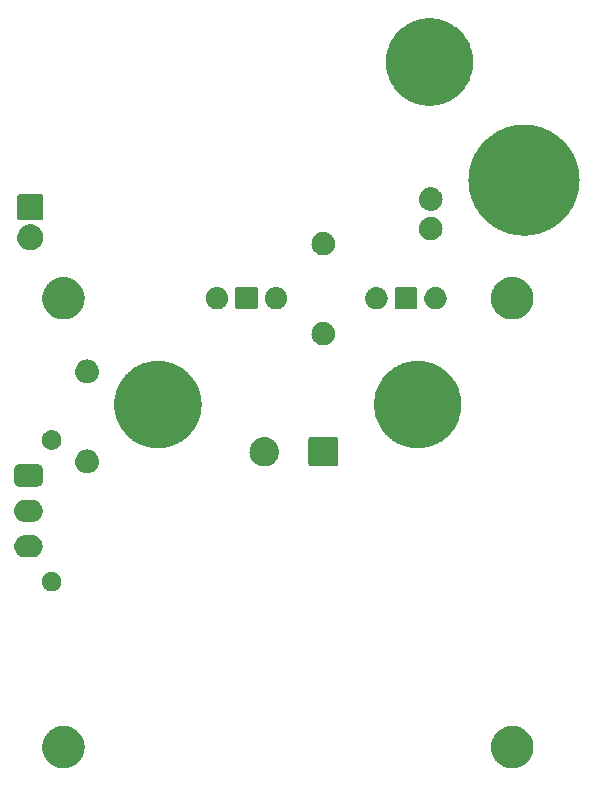
<source format=gbr>
G04 #@! TF.GenerationSoftware,KiCad,Pcbnew,7.0.8-7.0.8~ubuntu22.04.1*
G04 #@! TF.CreationDate,2024-03-20T18:35:26+09:00*
G04 #@! TF.ProjectId,emeater,656d6561-7465-4722-9e6b-696361645f70,rev?*
G04 #@! TF.SameCoordinates,Original*
G04 #@! TF.FileFunction,Soldermask,Bot*
G04 #@! TF.FilePolarity,Negative*
%FSLAX46Y46*%
G04 Gerber Fmt 4.6, Leading zero omitted, Abs format (unit mm)*
G04 Created by KiCad (PCBNEW 7.0.8-7.0.8~ubuntu22.04.1) date 2024-03-20 18:35:26*
%MOMM*%
%LPD*%
G01*
G04 APERTURE LIST*
G04 APERTURE END LIST*
G36*
X106065909Y-117205033D02*
G01*
X106134514Y-117205033D01*
X106196466Y-117214370D01*
X106256127Y-117218638D01*
X106326856Y-117234024D01*
X106400538Y-117245130D01*
X106454679Y-117261830D01*
X106507023Y-117273217D01*
X106580779Y-117300726D01*
X106657614Y-117324427D01*
X106703267Y-117346412D01*
X106747614Y-117362953D01*
X106822318Y-117403744D01*
X106900000Y-117441154D01*
X106936888Y-117466304D01*
X106972981Y-117486012D01*
X107046319Y-117540912D01*
X107122282Y-117592703D01*
X107150589Y-117618968D01*
X107178537Y-117639890D01*
X107247997Y-117709350D01*
X107319493Y-117775689D01*
X107339799Y-117801152D01*
X107360109Y-117821462D01*
X107423099Y-117905607D01*
X107487230Y-117986024D01*
X107500482Y-118008978D01*
X107513987Y-118027018D01*
X107567856Y-118125672D01*
X107621744Y-118219009D01*
X107629213Y-118238040D01*
X107637046Y-118252385D01*
X107679207Y-118365423D01*
X107720031Y-118469441D01*
X107723227Y-118483446D01*
X107726782Y-118492976D01*
X107754809Y-118621816D01*
X107779895Y-118731724D01*
X107780513Y-118739975D01*
X107781361Y-118743872D01*
X107792985Y-118906395D01*
X107800000Y-119000000D01*
X107792984Y-119093611D01*
X107781361Y-119256127D01*
X107780513Y-119260022D01*
X107779895Y-119268276D01*
X107754804Y-119378203D01*
X107726782Y-119507023D01*
X107723228Y-119516551D01*
X107720031Y-119530559D01*
X107679199Y-119634595D01*
X107637046Y-119747614D01*
X107629214Y-119761956D01*
X107621744Y-119780991D01*
X107567846Y-119874344D01*
X107513987Y-119972981D01*
X107500485Y-119991016D01*
X107487230Y-120013976D01*
X107423087Y-120094407D01*
X107360109Y-120178537D01*
X107339803Y-120198842D01*
X107319493Y-120224311D01*
X107247984Y-120290661D01*
X107178537Y-120360109D01*
X107150595Y-120381026D01*
X107122282Y-120407297D01*
X107046304Y-120459097D01*
X106972981Y-120513987D01*
X106936895Y-120533690D01*
X106900000Y-120558846D01*
X106822303Y-120596262D01*
X106747614Y-120637046D01*
X106703276Y-120653583D01*
X106657614Y-120675573D01*
X106580764Y-120699277D01*
X106507023Y-120726782D01*
X106454690Y-120738166D01*
X106400538Y-120754870D01*
X106326841Y-120765978D01*
X106256127Y-120781361D01*
X106196478Y-120785627D01*
X106134514Y-120794967D01*
X106065895Y-120794967D01*
X106000000Y-120799680D01*
X105934105Y-120794967D01*
X105865486Y-120794967D01*
X105803521Y-120785627D01*
X105743872Y-120781361D01*
X105673155Y-120765977D01*
X105599462Y-120754870D01*
X105545311Y-120738166D01*
X105492976Y-120726782D01*
X105419229Y-120699276D01*
X105342386Y-120675573D01*
X105296726Y-120653584D01*
X105252385Y-120637046D01*
X105177688Y-120596258D01*
X105100000Y-120558846D01*
X105063108Y-120533693D01*
X105027018Y-120513987D01*
X104953684Y-120459089D01*
X104877718Y-120407297D01*
X104849409Y-120381029D01*
X104821462Y-120360109D01*
X104752002Y-120290649D01*
X104680507Y-120224311D01*
X104660200Y-120198847D01*
X104639890Y-120178537D01*
X104576895Y-120094387D01*
X104512770Y-120013976D01*
X104499517Y-119991022D01*
X104486012Y-119972981D01*
X104432135Y-119874312D01*
X104378256Y-119780991D01*
X104370788Y-119761962D01*
X104362953Y-119747614D01*
X104320780Y-119634544D01*
X104279969Y-119530559D01*
X104276773Y-119516558D01*
X104273217Y-119507023D01*
X104245173Y-119378110D01*
X104220105Y-119268276D01*
X104219487Y-119260029D01*
X104218638Y-119256127D01*
X104206993Y-119093319D01*
X104200000Y-119000000D01*
X104206992Y-118906688D01*
X104218638Y-118743872D01*
X104219487Y-118739968D01*
X104220105Y-118731724D01*
X104245169Y-118621910D01*
X104273217Y-118492976D01*
X104276773Y-118483439D01*
X104279969Y-118469441D01*
X104320772Y-118365474D01*
X104362953Y-118252385D01*
X104370789Y-118238033D01*
X104378256Y-118219009D01*
X104432125Y-118125704D01*
X104486012Y-118027018D01*
X104499520Y-118008972D01*
X104512770Y-117986024D01*
X104576883Y-117905628D01*
X104639890Y-117821462D01*
X104660204Y-117801147D01*
X104680507Y-117775689D01*
X104751988Y-117709363D01*
X104821462Y-117639890D01*
X104849414Y-117618964D01*
X104877718Y-117592703D01*
X104953669Y-117540920D01*
X105027018Y-117486012D01*
X105063115Y-117466301D01*
X105100000Y-117441154D01*
X105177672Y-117403748D01*
X105252385Y-117362953D01*
X105296735Y-117346410D01*
X105342386Y-117324427D01*
X105419214Y-117300728D01*
X105492976Y-117273217D01*
X105545322Y-117261829D01*
X105599462Y-117245130D01*
X105673140Y-117234024D01*
X105743872Y-117218638D01*
X105803534Y-117214370D01*
X105865486Y-117205033D01*
X105934091Y-117205033D01*
X106000000Y-117200319D01*
X106065909Y-117205033D01*
G37*
G36*
X144065909Y-117205033D02*
G01*
X144134514Y-117205033D01*
X144196466Y-117214370D01*
X144256127Y-117218638D01*
X144326856Y-117234024D01*
X144400538Y-117245130D01*
X144454679Y-117261830D01*
X144507023Y-117273217D01*
X144580779Y-117300726D01*
X144657614Y-117324427D01*
X144703267Y-117346412D01*
X144747614Y-117362953D01*
X144822318Y-117403744D01*
X144900000Y-117441154D01*
X144936888Y-117466304D01*
X144972981Y-117486012D01*
X145046319Y-117540912D01*
X145122282Y-117592703D01*
X145150589Y-117618968D01*
X145178537Y-117639890D01*
X145247997Y-117709350D01*
X145319493Y-117775689D01*
X145339799Y-117801152D01*
X145360109Y-117821462D01*
X145423099Y-117905607D01*
X145487230Y-117986024D01*
X145500482Y-118008978D01*
X145513987Y-118027018D01*
X145567856Y-118125672D01*
X145621744Y-118219009D01*
X145629213Y-118238040D01*
X145637046Y-118252385D01*
X145679207Y-118365423D01*
X145720031Y-118469441D01*
X145723227Y-118483446D01*
X145726782Y-118492976D01*
X145754809Y-118621816D01*
X145779895Y-118731724D01*
X145780513Y-118739975D01*
X145781361Y-118743872D01*
X145792985Y-118906395D01*
X145800000Y-119000000D01*
X145792984Y-119093611D01*
X145781361Y-119256127D01*
X145780513Y-119260022D01*
X145779895Y-119268276D01*
X145754804Y-119378203D01*
X145726782Y-119507023D01*
X145723228Y-119516551D01*
X145720031Y-119530559D01*
X145679199Y-119634595D01*
X145637046Y-119747614D01*
X145629214Y-119761956D01*
X145621744Y-119780991D01*
X145567846Y-119874344D01*
X145513987Y-119972981D01*
X145500485Y-119991016D01*
X145487230Y-120013976D01*
X145423087Y-120094407D01*
X145360109Y-120178537D01*
X145339803Y-120198842D01*
X145319493Y-120224311D01*
X145247984Y-120290661D01*
X145178537Y-120360109D01*
X145150595Y-120381026D01*
X145122282Y-120407297D01*
X145046304Y-120459097D01*
X144972981Y-120513987D01*
X144936895Y-120533690D01*
X144900000Y-120558846D01*
X144822303Y-120596262D01*
X144747614Y-120637046D01*
X144703276Y-120653583D01*
X144657614Y-120675573D01*
X144580764Y-120699277D01*
X144507023Y-120726782D01*
X144454690Y-120738166D01*
X144400538Y-120754870D01*
X144326841Y-120765978D01*
X144256127Y-120781361D01*
X144196478Y-120785627D01*
X144134514Y-120794967D01*
X144065895Y-120794967D01*
X144000000Y-120799680D01*
X143934105Y-120794967D01*
X143865486Y-120794967D01*
X143803521Y-120785627D01*
X143743872Y-120781361D01*
X143673155Y-120765977D01*
X143599462Y-120754870D01*
X143545311Y-120738166D01*
X143492976Y-120726782D01*
X143419229Y-120699276D01*
X143342386Y-120675573D01*
X143296726Y-120653584D01*
X143252385Y-120637046D01*
X143177688Y-120596258D01*
X143100000Y-120558846D01*
X143063108Y-120533693D01*
X143027018Y-120513987D01*
X142953684Y-120459089D01*
X142877718Y-120407297D01*
X142849409Y-120381029D01*
X142821462Y-120360109D01*
X142752002Y-120290649D01*
X142680507Y-120224311D01*
X142660200Y-120198847D01*
X142639890Y-120178537D01*
X142576895Y-120094387D01*
X142512770Y-120013976D01*
X142499517Y-119991022D01*
X142486012Y-119972981D01*
X142432135Y-119874312D01*
X142378256Y-119780991D01*
X142370788Y-119761962D01*
X142362953Y-119747614D01*
X142320780Y-119634544D01*
X142279969Y-119530559D01*
X142276773Y-119516558D01*
X142273217Y-119507023D01*
X142245173Y-119378110D01*
X142220105Y-119268276D01*
X142219487Y-119260029D01*
X142218638Y-119256127D01*
X142206993Y-119093319D01*
X142200000Y-119000000D01*
X142206992Y-118906688D01*
X142218638Y-118743872D01*
X142219487Y-118739968D01*
X142220105Y-118731724D01*
X142245169Y-118621910D01*
X142273217Y-118492976D01*
X142276773Y-118483439D01*
X142279969Y-118469441D01*
X142320772Y-118365474D01*
X142362953Y-118252385D01*
X142370789Y-118238033D01*
X142378256Y-118219009D01*
X142432125Y-118125704D01*
X142486012Y-118027018D01*
X142499520Y-118008972D01*
X142512770Y-117986024D01*
X142576883Y-117905628D01*
X142639890Y-117821462D01*
X142660204Y-117801147D01*
X142680507Y-117775689D01*
X142751988Y-117709363D01*
X142821462Y-117639890D01*
X142849414Y-117618964D01*
X142877718Y-117592703D01*
X142953669Y-117540920D01*
X143027018Y-117486012D01*
X143063115Y-117466301D01*
X143100000Y-117441154D01*
X143177672Y-117403748D01*
X143252385Y-117362953D01*
X143296735Y-117346410D01*
X143342386Y-117324427D01*
X143419214Y-117300728D01*
X143492976Y-117273217D01*
X143545322Y-117261829D01*
X143599462Y-117245130D01*
X143673140Y-117234024D01*
X143743872Y-117218638D01*
X143803534Y-117214370D01*
X143865486Y-117205033D01*
X143934091Y-117205033D01*
X144000000Y-117200319D01*
X144065909Y-117205033D01*
G37*
G36*
X105040308Y-104169574D02*
G01*
X105087281Y-104169574D01*
X105127840Y-104178195D01*
X105162784Y-104181637D01*
X105206684Y-104194954D01*
X105258029Y-104205868D01*
X105290885Y-104220496D01*
X105319309Y-104229119D01*
X105364478Y-104253262D01*
X105417500Y-104276869D01*
X105442149Y-104294777D01*
X105463564Y-104306224D01*
X105507245Y-104342073D01*
X105558724Y-104379474D01*
X105575439Y-104398038D01*
X105590006Y-104409993D01*
X105629151Y-104457691D01*
X105675529Y-104509199D01*
X105685271Y-104526073D01*
X105693775Y-104536435D01*
X105725232Y-104595287D01*
X105762810Y-104660375D01*
X105767132Y-104673679D01*
X105770880Y-104680690D01*
X105791542Y-104748805D01*
X105816753Y-104826394D01*
X105817640Y-104834835D01*
X105818362Y-104837215D01*
X105825385Y-104908526D01*
X105835000Y-105000000D01*
X105825384Y-105091481D01*
X105818362Y-105162784D01*
X105817640Y-105165162D01*
X105816753Y-105173606D01*
X105791538Y-105251208D01*
X105770880Y-105319309D01*
X105767133Y-105326317D01*
X105762810Y-105339625D01*
X105725224Y-105404724D01*
X105693775Y-105463564D01*
X105685273Y-105473923D01*
X105675529Y-105490801D01*
X105629142Y-105542318D01*
X105590006Y-105590006D01*
X105575443Y-105601957D01*
X105558724Y-105620526D01*
X105507235Y-105657934D01*
X105463564Y-105693775D01*
X105442154Y-105705218D01*
X105417500Y-105723131D01*
X105364467Y-105746742D01*
X105319309Y-105770880D01*
X105290892Y-105779500D01*
X105258029Y-105794132D01*
X105206673Y-105805048D01*
X105162784Y-105818362D01*
X105127849Y-105821802D01*
X105087281Y-105830426D01*
X105040297Y-105830426D01*
X105000000Y-105834395D01*
X104959702Y-105830426D01*
X104912719Y-105830426D01*
X104872150Y-105821802D01*
X104837215Y-105818362D01*
X104793323Y-105805047D01*
X104741971Y-105794132D01*
X104709109Y-105779500D01*
X104680690Y-105770880D01*
X104635526Y-105746739D01*
X104582500Y-105723131D01*
X104557848Y-105705220D01*
X104536435Y-105693775D01*
X104492756Y-105657928D01*
X104441276Y-105620526D01*
X104424559Y-105601960D01*
X104409993Y-105590006D01*
X104370846Y-105542306D01*
X104324471Y-105490801D01*
X104314729Y-105473927D01*
X104306224Y-105463564D01*
X104274761Y-105404701D01*
X104237190Y-105339625D01*
X104232867Y-105326322D01*
X104229119Y-105319309D01*
X104208446Y-105251162D01*
X104183247Y-105173606D01*
X104182360Y-105165167D01*
X104181637Y-105162784D01*
X104174599Y-105091330D01*
X104165000Y-105000000D01*
X104174598Y-104908677D01*
X104181637Y-104837215D01*
X104182360Y-104834830D01*
X104183247Y-104826394D01*
X104208441Y-104748852D01*
X104229119Y-104680690D01*
X104232868Y-104673674D01*
X104237190Y-104660375D01*
X104274754Y-104595311D01*
X104306224Y-104536435D01*
X104314731Y-104526069D01*
X104324471Y-104509199D01*
X104370837Y-104457704D01*
X104409993Y-104409993D01*
X104424563Y-104398035D01*
X104441276Y-104379474D01*
X104492745Y-104342079D01*
X104536435Y-104306224D01*
X104557853Y-104294775D01*
X104582500Y-104276869D01*
X104635515Y-104253265D01*
X104680690Y-104229119D01*
X104709116Y-104220495D01*
X104741971Y-104205868D01*
X104793311Y-104194955D01*
X104837215Y-104181637D01*
X104872159Y-104178195D01*
X104912719Y-104169574D01*
X104959692Y-104169574D01*
X105000000Y-104165604D01*
X105040308Y-104169574D01*
G37*
G36*
X103345902Y-101052327D02*
G01*
X103387305Y-101054300D01*
X103388202Y-101054472D01*
X103396110Y-101054874D01*
X103484001Y-101072936D01*
X103567484Y-101089026D01*
X103572958Y-101091217D01*
X103584395Y-101093568D01*
X103661787Y-101126779D01*
X103735053Y-101156111D01*
X103744931Y-101162459D01*
X103761037Y-101169371D01*
X103825487Y-101214229D01*
X103886901Y-101253698D01*
X103899627Y-101265833D01*
X103918804Y-101279180D01*
X103968929Y-101331911D01*
X104017533Y-101378255D01*
X104031121Y-101397337D01*
X104051237Y-101418499D01*
X104086662Y-101475334D01*
X104122229Y-101525281D01*
X104134384Y-101551898D01*
X104152914Y-101581626D01*
X104174163Y-101639000D01*
X104197212Y-101689470D01*
X104205485Y-101723571D01*
X104219673Y-101761880D01*
X104228059Y-101816624D01*
X104239768Y-101864886D01*
X104241714Y-101905757D01*
X104248781Y-101951883D01*
X104246269Y-102001395D01*
X104248355Y-102045172D01*
X104241703Y-102091434D01*
X104239045Y-102143856D01*
X104228074Y-102186225D01*
X104222667Y-102223839D01*
X104205475Y-102273511D01*
X104190865Y-102329940D01*
X104174155Y-102364004D01*
X104163632Y-102394410D01*
X104134432Y-102444984D01*
X104106212Y-102502516D01*
X104086555Y-102527910D01*
X104073385Y-102550722D01*
X104031331Y-102599253D01*
X103988553Y-102654519D01*
X103968602Y-102671645D01*
X103955181Y-102687135D01*
X103900118Y-102730437D01*
X103842705Y-102779725D01*
X103824827Y-102789648D01*
X103813299Y-102798714D01*
X103745794Y-102833514D01*
X103674638Y-102873010D01*
X103660704Y-102877381D01*
X103652871Y-102881420D01*
X103574336Y-102904479D01*
X103491234Y-102930553D01*
X103482519Y-102931439D01*
X103479680Y-102932273D01*
X103391745Y-102940670D01*
X103300000Y-102950000D01*
X103294045Y-102950000D01*
X102782967Y-102950000D01*
X102780000Y-102950000D01*
X102733929Y-102947663D01*
X102692694Y-102945699D01*
X102691803Y-102945527D01*
X102683890Y-102945126D01*
X102595935Y-102927050D01*
X102512515Y-102910973D01*
X102507044Y-102908782D01*
X102495605Y-102906432D01*
X102418192Y-102873211D01*
X102344946Y-102843888D01*
X102335069Y-102837541D01*
X102318963Y-102830629D01*
X102254505Y-102785765D01*
X102193098Y-102746301D01*
X102180372Y-102734167D01*
X102161196Y-102720820D01*
X102111070Y-102668088D01*
X102062466Y-102621744D01*
X102048877Y-102602661D01*
X102028763Y-102581501D01*
X101993339Y-102524668D01*
X101957770Y-102474718D01*
X101945613Y-102448098D01*
X101927086Y-102418374D01*
X101905838Y-102361005D01*
X101882787Y-102310529D01*
X101874512Y-102276422D01*
X101860327Y-102238120D01*
X101851941Y-102183384D01*
X101840231Y-102135113D01*
X101838283Y-102094233D01*
X101831219Y-102048117D01*
X101833729Y-101998613D01*
X101831644Y-101954827D01*
X101838297Y-101908553D01*
X101840955Y-101856144D01*
X101851922Y-101813784D01*
X101857332Y-101776160D01*
X101874528Y-101726472D01*
X101889135Y-101670060D01*
X101905840Y-101636004D01*
X101916367Y-101605589D01*
X101945576Y-101554996D01*
X101973788Y-101497484D01*
X101993438Y-101472097D01*
X102006614Y-101449277D01*
X102048684Y-101400725D01*
X102091447Y-101345481D01*
X102111389Y-101328360D01*
X102124818Y-101312864D01*
X102179906Y-101269541D01*
X102237295Y-101220275D01*
X102255165Y-101210356D01*
X102266700Y-101201285D01*
X102334243Y-101166463D01*
X102405362Y-101126990D01*
X102419288Y-101122620D01*
X102427128Y-101118579D01*
X102505728Y-101095500D01*
X102588766Y-101069447D01*
X102597473Y-101068561D01*
X102600319Y-101067726D01*
X102688347Y-101059320D01*
X102780000Y-101050000D01*
X103300000Y-101050000D01*
X103345902Y-101052327D01*
G37*
G36*
X103345902Y-98052327D02*
G01*
X103387305Y-98054300D01*
X103388202Y-98054472D01*
X103396110Y-98054874D01*
X103484001Y-98072936D01*
X103567484Y-98089026D01*
X103572958Y-98091217D01*
X103584395Y-98093568D01*
X103661787Y-98126779D01*
X103735053Y-98156111D01*
X103744931Y-98162459D01*
X103761037Y-98169371D01*
X103825487Y-98214229D01*
X103886901Y-98253698D01*
X103899627Y-98265833D01*
X103918804Y-98279180D01*
X103968929Y-98331911D01*
X104017533Y-98378255D01*
X104031121Y-98397337D01*
X104051237Y-98418499D01*
X104086662Y-98475334D01*
X104122229Y-98525281D01*
X104134384Y-98551898D01*
X104152914Y-98581626D01*
X104174163Y-98639000D01*
X104197212Y-98689470D01*
X104205485Y-98723571D01*
X104219673Y-98761880D01*
X104228059Y-98816624D01*
X104239768Y-98864886D01*
X104241714Y-98905757D01*
X104248781Y-98951883D01*
X104246269Y-99001395D01*
X104248355Y-99045172D01*
X104241703Y-99091434D01*
X104239045Y-99143856D01*
X104228074Y-99186225D01*
X104222667Y-99223839D01*
X104205475Y-99273511D01*
X104190865Y-99329940D01*
X104174155Y-99364004D01*
X104163632Y-99394410D01*
X104134432Y-99444984D01*
X104106212Y-99502516D01*
X104086555Y-99527910D01*
X104073385Y-99550722D01*
X104031331Y-99599253D01*
X103988553Y-99654519D01*
X103968602Y-99671645D01*
X103955181Y-99687135D01*
X103900118Y-99730437D01*
X103842705Y-99779725D01*
X103824827Y-99789648D01*
X103813299Y-99798714D01*
X103745794Y-99833514D01*
X103674638Y-99873010D01*
X103660704Y-99877381D01*
X103652871Y-99881420D01*
X103574336Y-99904479D01*
X103491234Y-99930553D01*
X103482519Y-99931439D01*
X103479680Y-99932273D01*
X103391745Y-99940670D01*
X103300000Y-99950000D01*
X103294045Y-99950000D01*
X102782967Y-99950000D01*
X102780000Y-99950000D01*
X102733929Y-99947663D01*
X102692694Y-99945699D01*
X102691803Y-99945527D01*
X102683890Y-99945126D01*
X102595935Y-99927050D01*
X102512515Y-99910973D01*
X102507044Y-99908782D01*
X102495605Y-99906432D01*
X102418192Y-99873211D01*
X102344946Y-99843888D01*
X102335069Y-99837541D01*
X102318963Y-99830629D01*
X102254505Y-99785765D01*
X102193098Y-99746301D01*
X102180372Y-99734167D01*
X102161196Y-99720820D01*
X102111070Y-99668088D01*
X102062466Y-99621744D01*
X102048877Y-99602661D01*
X102028763Y-99581501D01*
X101993339Y-99524668D01*
X101957770Y-99474718D01*
X101945613Y-99448098D01*
X101927086Y-99418374D01*
X101905838Y-99361005D01*
X101882787Y-99310529D01*
X101874512Y-99276422D01*
X101860327Y-99238120D01*
X101851941Y-99183384D01*
X101840231Y-99135113D01*
X101838283Y-99094233D01*
X101831219Y-99048117D01*
X101833729Y-98998613D01*
X101831644Y-98954827D01*
X101838297Y-98908553D01*
X101840955Y-98856144D01*
X101851922Y-98813784D01*
X101857332Y-98776160D01*
X101874528Y-98726472D01*
X101889135Y-98670060D01*
X101905840Y-98636004D01*
X101916367Y-98605589D01*
X101945576Y-98554996D01*
X101973788Y-98497484D01*
X101993438Y-98472097D01*
X102006614Y-98449277D01*
X102048684Y-98400725D01*
X102091447Y-98345481D01*
X102111389Y-98328360D01*
X102124818Y-98312864D01*
X102179906Y-98269541D01*
X102237295Y-98220275D01*
X102255165Y-98210356D01*
X102266700Y-98201285D01*
X102334243Y-98166463D01*
X102405362Y-98126990D01*
X102419288Y-98122620D01*
X102427128Y-98118579D01*
X102505728Y-98095500D01*
X102588766Y-98069447D01*
X102597473Y-98068561D01*
X102600319Y-98067726D01*
X102688347Y-98059320D01*
X102780000Y-98050000D01*
X103300000Y-98050000D01*
X103345902Y-98052327D01*
G37*
G36*
X103883659Y-95057845D02*
G01*
X103903122Y-95064655D01*
X103916190Y-95066376D01*
X103960551Y-95084750D01*
X104010270Y-95102148D01*
X104020140Y-95109433D01*
X104024460Y-95111222D01*
X104072171Y-95147832D01*
X104118198Y-95181802D01*
X104152172Y-95227836D01*
X104188777Y-95275539D01*
X104190565Y-95279857D01*
X104197852Y-95289730D01*
X104215252Y-95339457D01*
X104233623Y-95383809D01*
X104235343Y-95396873D01*
X104242155Y-95416341D01*
X104249999Y-95500002D01*
X104249999Y-95508189D01*
X104250000Y-95508197D01*
X104250000Y-96491802D01*
X104250000Y-96499999D01*
X104242155Y-96583659D01*
X104235342Y-96603126D01*
X104233623Y-96616190D01*
X104215254Y-96660536D01*
X104197852Y-96710270D01*
X104190564Y-96720143D01*
X104188777Y-96724460D01*
X104152192Y-96772137D01*
X104118198Y-96818198D01*
X104072137Y-96852192D01*
X104024460Y-96888777D01*
X104020143Y-96890564D01*
X104010270Y-96897852D01*
X103960536Y-96915254D01*
X103916190Y-96933623D01*
X103903126Y-96935342D01*
X103883659Y-96942155D01*
X103799998Y-96949999D01*
X103791810Y-96949999D01*
X103791803Y-96950000D01*
X102288197Y-96950000D01*
X102288196Y-96949999D01*
X102280001Y-96950000D01*
X102196341Y-96942155D01*
X102176873Y-96935343D01*
X102163809Y-96933623D01*
X102119457Y-96915252D01*
X102069730Y-96897852D01*
X102059857Y-96890565D01*
X102055539Y-96888777D01*
X102007836Y-96852172D01*
X101961802Y-96818198D01*
X101927832Y-96772171D01*
X101891222Y-96724460D01*
X101889433Y-96720140D01*
X101882148Y-96710270D01*
X101864750Y-96660551D01*
X101846376Y-96616190D01*
X101844655Y-96603122D01*
X101837845Y-96583659D01*
X101830001Y-96499998D01*
X101830000Y-96491809D01*
X101830000Y-96491802D01*
X101830000Y-95508197D01*
X101830000Y-95508196D01*
X101830000Y-95500001D01*
X101837845Y-95416341D01*
X101844655Y-95396877D01*
X101846376Y-95383809D01*
X101864753Y-95339441D01*
X101882148Y-95289730D01*
X101889432Y-95279860D01*
X101891222Y-95275539D01*
X101927852Y-95227802D01*
X101961802Y-95181802D01*
X102007802Y-95147852D01*
X102055539Y-95111222D01*
X102059860Y-95109432D01*
X102069730Y-95102148D01*
X102119441Y-95084753D01*
X102163809Y-95066376D01*
X102176877Y-95064655D01*
X102196341Y-95057845D01*
X102280002Y-95050001D01*
X102288189Y-95050000D01*
X102288197Y-95050000D01*
X103791803Y-95050000D01*
X103799999Y-95050000D01*
X103883659Y-95057845D01*
G37*
G36*
X108049130Y-93810000D02*
G01*
X108092663Y-93810000D01*
X108141148Y-93819063D01*
X108196034Y-93824469D01*
X108237725Y-93837115D01*
X108274837Y-93844053D01*
X108326234Y-93863964D01*
X108384535Y-93881650D01*
X108417850Y-93899457D01*
X108447650Y-93911002D01*
X108499423Y-93943059D01*
X108558259Y-93974507D01*
X108582979Y-93994794D01*
X108605216Y-94008563D01*
X108654491Y-94053483D01*
X108710528Y-94099472D01*
X108727133Y-94119705D01*
X108742173Y-94133416D01*
X108785829Y-94191226D01*
X108835493Y-94251741D01*
X108845097Y-94269709D01*
X108853860Y-94281313D01*
X108888729Y-94351340D01*
X108928350Y-94425465D01*
X108932574Y-94439392D01*
X108936467Y-94447209D01*
X108959460Y-94528022D01*
X108985531Y-94613966D01*
X108986387Y-94622661D01*
X108987184Y-94625461D01*
X108995462Y-94714799D01*
X109004839Y-94810000D01*
X108995461Y-94905209D01*
X108987184Y-94994538D01*
X108986387Y-94997337D01*
X108985531Y-95006034D01*
X108959455Y-95091992D01*
X108936467Y-95172790D01*
X108932575Y-95180604D01*
X108928350Y-95194535D01*
X108888722Y-95268673D01*
X108853860Y-95338686D01*
X108845098Y-95350287D01*
X108835493Y-95368259D01*
X108785820Y-95428785D01*
X108742173Y-95486583D01*
X108727136Y-95500290D01*
X108710528Y-95520528D01*
X108654480Y-95566525D01*
X108605216Y-95611436D01*
X108582984Y-95625201D01*
X108558259Y-95645493D01*
X108499412Y-95676947D01*
X108447650Y-95708997D01*
X108417857Y-95720538D01*
X108384535Y-95738350D01*
X108326222Y-95756038D01*
X108274837Y-95775946D01*
X108237732Y-95782882D01*
X108196034Y-95795531D01*
X108141145Y-95800937D01*
X108092663Y-95810000D01*
X108049130Y-95810000D01*
X108000000Y-95814839D01*
X107950870Y-95810000D01*
X107907337Y-95810000D01*
X107858854Y-95800937D01*
X107803966Y-95795531D01*
X107762269Y-95782882D01*
X107725162Y-95775946D01*
X107673772Y-95756037D01*
X107615465Y-95738350D01*
X107582145Y-95720540D01*
X107552349Y-95708997D01*
X107500580Y-95676943D01*
X107441741Y-95645493D01*
X107417018Y-95625203D01*
X107394783Y-95611436D01*
X107345509Y-95566516D01*
X107289472Y-95520528D01*
X107272866Y-95500294D01*
X107257826Y-95486583D01*
X107214167Y-95428769D01*
X107164507Y-95368259D01*
X107154903Y-95350292D01*
X107146139Y-95338686D01*
X107111262Y-95268645D01*
X107071650Y-95194535D01*
X107067425Y-95180609D01*
X107063532Y-95172790D01*
X107040528Y-95091939D01*
X107014469Y-95006034D01*
X107013612Y-94997342D01*
X107012815Y-94994538D01*
X107004521Y-94905037D01*
X106995161Y-94810000D01*
X107004520Y-94714970D01*
X107012815Y-94625461D01*
X107013613Y-94622655D01*
X107014469Y-94613966D01*
X107040523Y-94528075D01*
X107063532Y-94447209D01*
X107067426Y-94439387D01*
X107071650Y-94425465D01*
X107111255Y-94351367D01*
X107146139Y-94281313D01*
X107154905Y-94269704D01*
X107164507Y-94251741D01*
X107214157Y-94191241D01*
X107257826Y-94133416D01*
X107272869Y-94119701D01*
X107289472Y-94099472D01*
X107345498Y-94053492D01*
X107394783Y-94008563D01*
X107417023Y-93994792D01*
X107441741Y-93974507D01*
X107500568Y-93943063D01*
X107552349Y-93911002D01*
X107582151Y-93899456D01*
X107615465Y-93881650D01*
X107673760Y-93863966D01*
X107725162Y-93844053D01*
X107762276Y-93837115D01*
X107803966Y-93824469D01*
X107858851Y-93819063D01*
X107907337Y-93810000D01*
X107950870Y-93810000D01*
X108000000Y-93805161D01*
X108049130Y-93810000D01*
G37*
G36*
X123053676Y-92754696D02*
G01*
X123103189Y-92754696D01*
X123157755Y-92763801D01*
X123217060Y-92768990D01*
X123263637Y-92781470D01*
X123306752Y-92788665D01*
X123364589Y-92808520D01*
X123427525Y-92825384D01*
X123466075Y-92843360D01*
X123501947Y-92855675D01*
X123560883Y-92887569D01*
X123625000Y-92917468D01*
X123655185Y-92938603D01*
X123683448Y-92953899D01*
X123740977Y-92998676D01*
X123803485Y-93042444D01*
X123825515Y-93064474D01*
X123846312Y-93080661D01*
X123899736Y-93138695D01*
X123957556Y-93196515D01*
X123972149Y-93217357D01*
X123986086Y-93232496D01*
X124032585Y-93303668D01*
X124082532Y-93375000D01*
X124090868Y-93392876D01*
X124098965Y-93405270D01*
X124135719Y-93489060D01*
X124174616Y-93572475D01*
X124178238Y-93585993D01*
X124181867Y-93594266D01*
X124206165Y-93690218D01*
X124231010Y-93782940D01*
X124231730Y-93791172D01*
X124232529Y-93794327D01*
X124241889Y-93907296D01*
X124250000Y-94000000D01*
X124241888Y-94092711D01*
X124232529Y-94205672D01*
X124231730Y-94208825D01*
X124231010Y-94217060D01*
X124206160Y-94309798D01*
X124181867Y-94405733D01*
X124178238Y-94414004D01*
X124174616Y-94427525D01*
X124135711Y-94510955D01*
X124098965Y-94594729D01*
X124090869Y-94607119D01*
X124082532Y-94625000D01*
X124032575Y-94696345D01*
X123986086Y-94767503D01*
X123972152Y-94782638D01*
X123957556Y-94803485D01*
X123899725Y-94861315D01*
X123846312Y-94919338D01*
X123825519Y-94935521D01*
X123803485Y-94957556D01*
X123740964Y-95001332D01*
X123683448Y-95046100D01*
X123655191Y-95061391D01*
X123625000Y-95082532D01*
X123560870Y-95112436D01*
X123501947Y-95144324D01*
X123466083Y-95156635D01*
X123427525Y-95174616D01*
X123364575Y-95191483D01*
X123306752Y-95211334D01*
X123263645Y-95218527D01*
X123217060Y-95231010D01*
X123157751Y-95236198D01*
X123103189Y-95245304D01*
X123053676Y-95245304D01*
X123000000Y-95250000D01*
X122946324Y-95245304D01*
X122896811Y-95245304D01*
X122842247Y-95236198D01*
X122782940Y-95231010D01*
X122736356Y-95218527D01*
X122693247Y-95211334D01*
X122635419Y-95191481D01*
X122572475Y-95174616D01*
X122533918Y-95156637D01*
X122498052Y-95144324D01*
X122439122Y-95112432D01*
X122375000Y-95082532D01*
X122344811Y-95061394D01*
X122316551Y-95046100D01*
X122259025Y-95001325D01*
X122196515Y-94957556D01*
X122174483Y-94935524D01*
X122153687Y-94919338D01*
X122100262Y-94861303D01*
X122042444Y-94803485D01*
X122027850Y-94782642D01*
X122013913Y-94767503D01*
X121967409Y-94696324D01*
X121917468Y-94625000D01*
X121909132Y-94607125D01*
X121901034Y-94594729D01*
X121864271Y-94510919D01*
X121825384Y-94427525D01*
X121821762Y-94414010D01*
X121818132Y-94405733D01*
X121793821Y-94309730D01*
X121768990Y-94217060D01*
X121768270Y-94208831D01*
X121767470Y-94205672D01*
X121758092Y-94092495D01*
X121750000Y-94000000D01*
X121758091Y-93907512D01*
X121767470Y-93794327D01*
X121768270Y-93791166D01*
X121768990Y-93782940D01*
X121793816Y-93690286D01*
X121818132Y-93594266D01*
X121821763Y-93585987D01*
X121825384Y-93572475D01*
X121864264Y-93489096D01*
X121901034Y-93405270D01*
X121909134Y-93392871D01*
X121917468Y-93375000D01*
X121967399Y-93303689D01*
X122013913Y-93232496D01*
X122027853Y-93217352D01*
X122042444Y-93196515D01*
X122100250Y-93138708D01*
X122153687Y-93080661D01*
X122174488Y-93064470D01*
X122196515Y-93042444D01*
X122259012Y-92998683D01*
X122316551Y-92953899D01*
X122344817Y-92938601D01*
X122375000Y-92917468D01*
X122439109Y-92887573D01*
X122498052Y-92855675D01*
X122533927Y-92843359D01*
X122572475Y-92825384D01*
X122635406Y-92808521D01*
X122693247Y-92788665D01*
X122736364Y-92781469D01*
X122782940Y-92768990D01*
X122842244Y-92763801D01*
X122896811Y-92754696D01*
X122946324Y-92754696D01*
X123000000Y-92750000D01*
X123053676Y-92754696D01*
G37*
G36*
X129066043Y-92753191D02*
G01*
X129098727Y-92757494D01*
X129106948Y-92761327D01*
X129126537Y-92765224D01*
X129152480Y-92782559D01*
X129163608Y-92787748D01*
X129170378Y-92794518D01*
X129191421Y-92808579D01*
X129205481Y-92829621D01*
X129212251Y-92836391D01*
X129217438Y-92847516D01*
X129234776Y-92873463D01*
X129238672Y-92893053D01*
X129242505Y-92901272D01*
X129246806Y-92933945D01*
X129250000Y-92950000D01*
X129250000Y-95050000D01*
X129246805Y-95066058D01*
X129242505Y-95098727D01*
X129238673Y-95106944D01*
X129234776Y-95126537D01*
X129217437Y-95152485D01*
X129212251Y-95163608D01*
X129205483Y-95170375D01*
X129191421Y-95191421D01*
X129170375Y-95205483D01*
X129163608Y-95212251D01*
X129152485Y-95217437D01*
X129126537Y-95234776D01*
X129106944Y-95238673D01*
X129098727Y-95242505D01*
X129066056Y-95246806D01*
X129050000Y-95250000D01*
X126950000Y-95250000D01*
X126933943Y-95246806D01*
X126901272Y-95242505D01*
X126893053Y-95238672D01*
X126873463Y-95234776D01*
X126847516Y-95217438D01*
X126836391Y-95212251D01*
X126829621Y-95205481D01*
X126808579Y-95191421D01*
X126794518Y-95170378D01*
X126787748Y-95163608D01*
X126782559Y-95152480D01*
X126765224Y-95126537D01*
X126761327Y-95106948D01*
X126757494Y-95098727D01*
X126753190Y-95066041D01*
X126750000Y-95050000D01*
X126750000Y-92950000D01*
X126753190Y-92933958D01*
X126757494Y-92901272D01*
X126761327Y-92893049D01*
X126765224Y-92873463D01*
X126782557Y-92847521D01*
X126787748Y-92836391D01*
X126794520Y-92829618D01*
X126808579Y-92808579D01*
X126829618Y-92794520D01*
X126836391Y-92787748D01*
X126847521Y-92782557D01*
X126873463Y-92765224D01*
X126893049Y-92761327D01*
X126901272Y-92757494D01*
X126933960Y-92753190D01*
X126950000Y-92750000D01*
X129050000Y-92750000D01*
X129066043Y-92753191D01*
G37*
G36*
X105040308Y-92169574D02*
G01*
X105087281Y-92169574D01*
X105127840Y-92178195D01*
X105162784Y-92181637D01*
X105206684Y-92194954D01*
X105258029Y-92205868D01*
X105290885Y-92220496D01*
X105319309Y-92229119D01*
X105364478Y-92253262D01*
X105417500Y-92276869D01*
X105442149Y-92294777D01*
X105463564Y-92306224D01*
X105507245Y-92342073D01*
X105558724Y-92379474D01*
X105575439Y-92398038D01*
X105590006Y-92409993D01*
X105629151Y-92457691D01*
X105675529Y-92509199D01*
X105685271Y-92526073D01*
X105693775Y-92536435D01*
X105725232Y-92595287D01*
X105762810Y-92660375D01*
X105767132Y-92673679D01*
X105770880Y-92680690D01*
X105791542Y-92748805D01*
X105816753Y-92826394D01*
X105817640Y-92834835D01*
X105818362Y-92837215D01*
X105825385Y-92908526D01*
X105835000Y-93000000D01*
X105825384Y-93091481D01*
X105818362Y-93162784D01*
X105817640Y-93165162D01*
X105816753Y-93173606D01*
X105791538Y-93251208D01*
X105770880Y-93319309D01*
X105767133Y-93326317D01*
X105762810Y-93339625D01*
X105725224Y-93404724D01*
X105693775Y-93463564D01*
X105685273Y-93473923D01*
X105675529Y-93490801D01*
X105629142Y-93542318D01*
X105590006Y-93590006D01*
X105575443Y-93601957D01*
X105558724Y-93620526D01*
X105507235Y-93657934D01*
X105463564Y-93693775D01*
X105442154Y-93705218D01*
X105417500Y-93723131D01*
X105364467Y-93746742D01*
X105319309Y-93770880D01*
X105290892Y-93779500D01*
X105258029Y-93794132D01*
X105206673Y-93805048D01*
X105162784Y-93818362D01*
X105127849Y-93821802D01*
X105087281Y-93830426D01*
X105040297Y-93830426D01*
X105000000Y-93834395D01*
X104959702Y-93830426D01*
X104912719Y-93830426D01*
X104872150Y-93821802D01*
X104837215Y-93818362D01*
X104793323Y-93805047D01*
X104741971Y-93794132D01*
X104709109Y-93779500D01*
X104680690Y-93770880D01*
X104635526Y-93746739D01*
X104582500Y-93723131D01*
X104557848Y-93705220D01*
X104536435Y-93693775D01*
X104492756Y-93657928D01*
X104441276Y-93620526D01*
X104424559Y-93601960D01*
X104409993Y-93590006D01*
X104370846Y-93542306D01*
X104324471Y-93490801D01*
X104314729Y-93473927D01*
X104306224Y-93463564D01*
X104274761Y-93404701D01*
X104237190Y-93339625D01*
X104232867Y-93326322D01*
X104229119Y-93319309D01*
X104208446Y-93251162D01*
X104183247Y-93173606D01*
X104182360Y-93165167D01*
X104181637Y-93162784D01*
X104174599Y-93091330D01*
X104165000Y-93000000D01*
X104174598Y-92908677D01*
X104181637Y-92837215D01*
X104182360Y-92834830D01*
X104183247Y-92826394D01*
X104208441Y-92748852D01*
X104229119Y-92680690D01*
X104232868Y-92673674D01*
X104237190Y-92660375D01*
X104274754Y-92595311D01*
X104306224Y-92536435D01*
X104314731Y-92526069D01*
X104324471Y-92509199D01*
X104370837Y-92457704D01*
X104409993Y-92409993D01*
X104424563Y-92398035D01*
X104441276Y-92379474D01*
X104492745Y-92342079D01*
X104536435Y-92306224D01*
X104557853Y-92294775D01*
X104582500Y-92276869D01*
X104635515Y-92253265D01*
X104680690Y-92229119D01*
X104709116Y-92220495D01*
X104741971Y-92205868D01*
X104793311Y-92194955D01*
X104837215Y-92181637D01*
X104872159Y-92178195D01*
X104912719Y-92169574D01*
X104959692Y-92169574D01*
X105000000Y-92165604D01*
X105040308Y-92169574D01*
G37*
G36*
X114093669Y-86304909D02*
G01*
X114187390Y-86304909D01*
X114287052Y-86315043D01*
X114386755Y-86320269D01*
X114473425Y-86333996D01*
X114560264Y-86342827D01*
X114664747Y-86364298D01*
X114769273Y-86380854D01*
X114848145Y-86401987D01*
X114927376Y-86418270D01*
X115035392Y-86452160D01*
X115143363Y-86481091D01*
X115213899Y-86508167D01*
X115284967Y-86530465D01*
X115395031Y-86577697D01*
X115504926Y-86619882D01*
X115566810Y-86651413D01*
X115629393Y-86678270D01*
X115739917Y-86739616D01*
X115850000Y-86795706D01*
X115903104Y-86830192D01*
X115957074Y-86860148D01*
X116066332Y-86936194D01*
X116174805Y-87006637D01*
X116219248Y-87042626D01*
X116264696Y-87074259D01*
X116370894Y-87165427D01*
X116475783Y-87250364D01*
X116511862Y-87286443D01*
X116549070Y-87318385D01*
X116650338Y-87424919D01*
X116749636Y-87524217D01*
X116777867Y-87559080D01*
X116807280Y-87590022D01*
X116901653Y-87711943D01*
X116993363Y-87825195D01*
X117014444Y-87857658D01*
X117036691Y-87886398D01*
X117122241Y-88023649D01*
X117204294Y-88150000D01*
X117219061Y-88178982D01*
X117234941Y-88204459D01*
X117309767Y-88357002D01*
X117380118Y-88495074D01*
X117389560Y-88519673D01*
X117399997Y-88540949D01*
X117462236Y-88709000D01*
X117518909Y-88856637D01*
X117524124Y-88876103D01*
X117530161Y-88892401D01*
X117578003Y-89077182D01*
X117619146Y-89230727D01*
X117621331Y-89244522D01*
X117624102Y-89255225D01*
X117655866Y-89462570D01*
X117679731Y-89613245D01*
X117680137Y-89621002D01*
X117680856Y-89625692D01*
X117694992Y-89904459D01*
X117700000Y-90000000D01*
X117694992Y-90095548D01*
X117680856Y-90374307D01*
X117680137Y-90378996D01*
X117679731Y-90386755D01*
X117655861Y-90537458D01*
X117624102Y-90744774D01*
X117621331Y-90755474D01*
X117619146Y-90769273D01*
X117577996Y-90922846D01*
X117530161Y-91107598D01*
X117524125Y-91123893D01*
X117518909Y-91143363D01*
X117462226Y-91291027D01*
X117399997Y-91459050D01*
X117389562Y-91480322D01*
X117380118Y-91504926D01*
X117309754Y-91643022D01*
X117234941Y-91795540D01*
X117219064Y-91821011D01*
X117204294Y-91850000D01*
X117122225Y-91976373D01*
X117036691Y-92113601D01*
X117014449Y-92142335D01*
X116993363Y-92174805D01*
X116901636Y-92288078D01*
X116807280Y-92409977D01*
X116777873Y-92440913D01*
X116749636Y-92475783D01*
X116650319Y-92575099D01*
X116549070Y-92681614D01*
X116511869Y-92713549D01*
X116475783Y-92749636D01*
X116370874Y-92834589D01*
X116264696Y-92925740D01*
X116219257Y-92957366D01*
X116174805Y-92993363D01*
X116066311Y-93063819D01*
X115957074Y-93139851D01*
X115903114Y-93169800D01*
X115850000Y-93204294D01*
X115739895Y-93260395D01*
X115629393Y-93321729D01*
X115566822Y-93348580D01*
X115504926Y-93380118D01*
X115395009Y-93422310D01*
X115284967Y-93469534D01*
X115213913Y-93491827D01*
X115143363Y-93518909D01*
X115035370Y-93547845D01*
X114927376Y-93581729D01*
X114848161Y-93598007D01*
X114769273Y-93619146D01*
X114664725Y-93635704D01*
X114560264Y-93657172D01*
X114473439Y-93666001D01*
X114386755Y-93679731D01*
X114287047Y-93684956D01*
X114187390Y-93695091D01*
X114093669Y-93695091D01*
X114000000Y-93700000D01*
X113906331Y-93695091D01*
X113812610Y-93695091D01*
X113712952Y-93684956D01*
X113613245Y-93679731D01*
X113526562Y-93666001D01*
X113439735Y-93657172D01*
X113335269Y-93635703D01*
X113230727Y-93619146D01*
X113151841Y-93598008D01*
X113072623Y-93581729D01*
X112964622Y-93547843D01*
X112856637Y-93518909D01*
X112786090Y-93491828D01*
X112715032Y-93469534D01*
X112604980Y-93422307D01*
X112495074Y-93380118D01*
X112433182Y-93348582D01*
X112370606Y-93321729D01*
X112260092Y-93260388D01*
X112150000Y-93204294D01*
X112096891Y-93169804D01*
X112042925Y-93139851D01*
X111933674Y-93063810D01*
X111825195Y-92993363D01*
X111780748Y-92957371D01*
X111735303Y-92925740D01*
X111629108Y-92834575D01*
X111524217Y-92749636D01*
X111488136Y-92713555D01*
X111450929Y-92681614D01*
X111349660Y-92575079D01*
X111250364Y-92475783D01*
X111222132Y-92440920D01*
X111192719Y-92409977D01*
X111098341Y-92288050D01*
X111006637Y-92174805D01*
X110985556Y-92142343D01*
X110963308Y-92113601D01*
X110877749Y-91976335D01*
X110795706Y-91850000D01*
X110780940Y-91821020D01*
X110765058Y-91795540D01*
X110690219Y-91642970D01*
X110619882Y-91504926D01*
X110610441Y-91480331D01*
X110600002Y-91459050D01*
X110537745Y-91290953D01*
X110481091Y-91143363D01*
X110475876Y-91123902D01*
X110469838Y-91107598D01*
X110421974Y-90922735D01*
X110380854Y-90769273D01*
X110378670Y-90755484D01*
X110375897Y-90744774D01*
X110344107Y-90537265D01*
X110320269Y-90386755D01*
X110319862Y-90379006D01*
X110319143Y-90374307D01*
X110304976Y-90094958D01*
X110300000Y-90000000D01*
X110304976Y-89905048D01*
X110319143Y-89625692D01*
X110319862Y-89620992D01*
X110320269Y-89613245D01*
X110344102Y-89462763D01*
X110375897Y-89255225D01*
X110378670Y-89244513D01*
X110380854Y-89230727D01*
X110421966Y-89077292D01*
X110469838Y-88892401D01*
X110475877Y-88876093D01*
X110481091Y-88856637D01*
X110537735Y-88709074D01*
X110600002Y-88540949D01*
X110610442Y-88519663D01*
X110619882Y-88495074D01*
X110690205Y-88357055D01*
X110765058Y-88204459D01*
X110780943Y-88178973D01*
X110795706Y-88150000D01*
X110877733Y-88023688D01*
X110963308Y-87886398D01*
X110985560Y-87857650D01*
X111006637Y-87825195D01*
X111098323Y-87711971D01*
X111192719Y-87590022D01*
X111222138Y-87559073D01*
X111250364Y-87524217D01*
X111349641Y-87424939D01*
X111450929Y-87318385D01*
X111488143Y-87286437D01*
X111524217Y-87250364D01*
X111629087Y-87165441D01*
X111735303Y-87074259D01*
X111780757Y-87042621D01*
X111825195Y-87006637D01*
X111933652Y-86936203D01*
X112042925Y-86860148D01*
X112096901Y-86830188D01*
X112150000Y-86795706D01*
X112260070Y-86739622D01*
X112370606Y-86678270D01*
X112433195Y-86651410D01*
X112495074Y-86619882D01*
X112604958Y-86577701D01*
X112715032Y-86530465D01*
X112786105Y-86508165D01*
X112856637Y-86481091D01*
X112964600Y-86452162D01*
X113072623Y-86418270D01*
X113151857Y-86401986D01*
X113230727Y-86380854D01*
X113335248Y-86364299D01*
X113439735Y-86342827D01*
X113526575Y-86333996D01*
X113613245Y-86320269D01*
X113712946Y-86315043D01*
X113812610Y-86304909D01*
X113906331Y-86304909D01*
X114000000Y-86300000D01*
X114093669Y-86304909D01*
G37*
G36*
X136093669Y-86304909D02*
G01*
X136187390Y-86304909D01*
X136287052Y-86315043D01*
X136386755Y-86320269D01*
X136473425Y-86333996D01*
X136560264Y-86342827D01*
X136664747Y-86364298D01*
X136769273Y-86380854D01*
X136848145Y-86401987D01*
X136927376Y-86418270D01*
X137035392Y-86452160D01*
X137143363Y-86481091D01*
X137213899Y-86508167D01*
X137284967Y-86530465D01*
X137395031Y-86577697D01*
X137504926Y-86619882D01*
X137566810Y-86651413D01*
X137629393Y-86678270D01*
X137739917Y-86739616D01*
X137850000Y-86795706D01*
X137903104Y-86830192D01*
X137957074Y-86860148D01*
X138066332Y-86936194D01*
X138174805Y-87006637D01*
X138219248Y-87042626D01*
X138264696Y-87074259D01*
X138370894Y-87165427D01*
X138475783Y-87250364D01*
X138511862Y-87286443D01*
X138549070Y-87318385D01*
X138650338Y-87424919D01*
X138749636Y-87524217D01*
X138777867Y-87559080D01*
X138807280Y-87590022D01*
X138901653Y-87711943D01*
X138993363Y-87825195D01*
X139014444Y-87857658D01*
X139036691Y-87886398D01*
X139122241Y-88023649D01*
X139204294Y-88150000D01*
X139219061Y-88178982D01*
X139234941Y-88204459D01*
X139309767Y-88357002D01*
X139380118Y-88495074D01*
X139389560Y-88519673D01*
X139399997Y-88540949D01*
X139462236Y-88709000D01*
X139518909Y-88856637D01*
X139524124Y-88876103D01*
X139530161Y-88892401D01*
X139578003Y-89077182D01*
X139619146Y-89230727D01*
X139621331Y-89244522D01*
X139624102Y-89255225D01*
X139655866Y-89462570D01*
X139679731Y-89613245D01*
X139680137Y-89621002D01*
X139680856Y-89625692D01*
X139694992Y-89904459D01*
X139700000Y-90000000D01*
X139694992Y-90095548D01*
X139680856Y-90374307D01*
X139680137Y-90378996D01*
X139679731Y-90386755D01*
X139655861Y-90537458D01*
X139624102Y-90744774D01*
X139621331Y-90755474D01*
X139619146Y-90769273D01*
X139577996Y-90922846D01*
X139530161Y-91107598D01*
X139524125Y-91123893D01*
X139518909Y-91143363D01*
X139462226Y-91291027D01*
X139399997Y-91459050D01*
X139389562Y-91480322D01*
X139380118Y-91504926D01*
X139309754Y-91643022D01*
X139234941Y-91795540D01*
X139219064Y-91821011D01*
X139204294Y-91850000D01*
X139122225Y-91976373D01*
X139036691Y-92113601D01*
X139014449Y-92142335D01*
X138993363Y-92174805D01*
X138901636Y-92288078D01*
X138807280Y-92409977D01*
X138777873Y-92440913D01*
X138749636Y-92475783D01*
X138650319Y-92575099D01*
X138549070Y-92681614D01*
X138511869Y-92713549D01*
X138475783Y-92749636D01*
X138370874Y-92834589D01*
X138264696Y-92925740D01*
X138219257Y-92957366D01*
X138174805Y-92993363D01*
X138066311Y-93063819D01*
X137957074Y-93139851D01*
X137903114Y-93169800D01*
X137850000Y-93204294D01*
X137739895Y-93260395D01*
X137629393Y-93321729D01*
X137566822Y-93348580D01*
X137504926Y-93380118D01*
X137395009Y-93422310D01*
X137284967Y-93469534D01*
X137213913Y-93491827D01*
X137143363Y-93518909D01*
X137035370Y-93547845D01*
X136927376Y-93581729D01*
X136848161Y-93598007D01*
X136769273Y-93619146D01*
X136664725Y-93635704D01*
X136560264Y-93657172D01*
X136473439Y-93666001D01*
X136386755Y-93679731D01*
X136287047Y-93684956D01*
X136187390Y-93695091D01*
X136093669Y-93695091D01*
X136000000Y-93700000D01*
X135906331Y-93695091D01*
X135812610Y-93695091D01*
X135712952Y-93684956D01*
X135613245Y-93679731D01*
X135526562Y-93666001D01*
X135439735Y-93657172D01*
X135335269Y-93635703D01*
X135230727Y-93619146D01*
X135151841Y-93598008D01*
X135072623Y-93581729D01*
X134964622Y-93547843D01*
X134856637Y-93518909D01*
X134786090Y-93491828D01*
X134715032Y-93469534D01*
X134604980Y-93422307D01*
X134495074Y-93380118D01*
X134433182Y-93348582D01*
X134370606Y-93321729D01*
X134260092Y-93260388D01*
X134150000Y-93204294D01*
X134096891Y-93169804D01*
X134042925Y-93139851D01*
X133933674Y-93063810D01*
X133825195Y-92993363D01*
X133780748Y-92957371D01*
X133735303Y-92925740D01*
X133629108Y-92834575D01*
X133524217Y-92749636D01*
X133488136Y-92713555D01*
X133450929Y-92681614D01*
X133349660Y-92575079D01*
X133250364Y-92475783D01*
X133222132Y-92440920D01*
X133192719Y-92409977D01*
X133098341Y-92288050D01*
X133006637Y-92174805D01*
X132985556Y-92142343D01*
X132963308Y-92113601D01*
X132877749Y-91976335D01*
X132795706Y-91850000D01*
X132780940Y-91821020D01*
X132765058Y-91795540D01*
X132690219Y-91642970D01*
X132619882Y-91504926D01*
X132610441Y-91480331D01*
X132600002Y-91459050D01*
X132537745Y-91290953D01*
X132481091Y-91143363D01*
X132475876Y-91123902D01*
X132469838Y-91107598D01*
X132421974Y-90922735D01*
X132380854Y-90769273D01*
X132378670Y-90755484D01*
X132375897Y-90744774D01*
X132344107Y-90537265D01*
X132320269Y-90386755D01*
X132319862Y-90379006D01*
X132319143Y-90374307D01*
X132304976Y-90094958D01*
X132300000Y-90000000D01*
X132304976Y-89905048D01*
X132319143Y-89625692D01*
X132319862Y-89620992D01*
X132320269Y-89613245D01*
X132344102Y-89462763D01*
X132375897Y-89255225D01*
X132378670Y-89244513D01*
X132380854Y-89230727D01*
X132421966Y-89077292D01*
X132469838Y-88892401D01*
X132475877Y-88876093D01*
X132481091Y-88856637D01*
X132537735Y-88709074D01*
X132600002Y-88540949D01*
X132610442Y-88519663D01*
X132619882Y-88495074D01*
X132690205Y-88357055D01*
X132765058Y-88204459D01*
X132780943Y-88178973D01*
X132795706Y-88150000D01*
X132877733Y-88023688D01*
X132963308Y-87886398D01*
X132985560Y-87857650D01*
X133006637Y-87825195D01*
X133098323Y-87711971D01*
X133192719Y-87590022D01*
X133222138Y-87559073D01*
X133250364Y-87524217D01*
X133349641Y-87424939D01*
X133450929Y-87318385D01*
X133488143Y-87286437D01*
X133524217Y-87250364D01*
X133629087Y-87165441D01*
X133735303Y-87074259D01*
X133780757Y-87042621D01*
X133825195Y-87006637D01*
X133933652Y-86936203D01*
X134042925Y-86860148D01*
X134096901Y-86830188D01*
X134150000Y-86795706D01*
X134260070Y-86739622D01*
X134370606Y-86678270D01*
X134433195Y-86651410D01*
X134495074Y-86619882D01*
X134604958Y-86577701D01*
X134715032Y-86530465D01*
X134786105Y-86508165D01*
X134856637Y-86481091D01*
X134964600Y-86452162D01*
X135072623Y-86418270D01*
X135151857Y-86401986D01*
X135230727Y-86380854D01*
X135335248Y-86364299D01*
X135439735Y-86342827D01*
X135526575Y-86333996D01*
X135613245Y-86320269D01*
X135712946Y-86315043D01*
X135812610Y-86304909D01*
X135906331Y-86304909D01*
X136000000Y-86300000D01*
X136093669Y-86304909D01*
G37*
G36*
X108049130Y-86190000D02*
G01*
X108092663Y-86190000D01*
X108141148Y-86199063D01*
X108196034Y-86204469D01*
X108237725Y-86217115D01*
X108274837Y-86224053D01*
X108326234Y-86243964D01*
X108384535Y-86261650D01*
X108417850Y-86279457D01*
X108447650Y-86291002D01*
X108499423Y-86323059D01*
X108558259Y-86354507D01*
X108582979Y-86374794D01*
X108605216Y-86388563D01*
X108654491Y-86433483D01*
X108710528Y-86479472D01*
X108727133Y-86499705D01*
X108742173Y-86513416D01*
X108785829Y-86571226D01*
X108835493Y-86631741D01*
X108845097Y-86649709D01*
X108853860Y-86661313D01*
X108888729Y-86731340D01*
X108928350Y-86805465D01*
X108932574Y-86819392D01*
X108936467Y-86827209D01*
X108959460Y-86908022D01*
X108985531Y-86993966D01*
X108986387Y-87002661D01*
X108987184Y-87005461D01*
X108995462Y-87094799D01*
X109004839Y-87190000D01*
X108995461Y-87285209D01*
X108987184Y-87374538D01*
X108986387Y-87377337D01*
X108985531Y-87386034D01*
X108959455Y-87471992D01*
X108936467Y-87552790D01*
X108932575Y-87560604D01*
X108928350Y-87574535D01*
X108888722Y-87648673D01*
X108853860Y-87718686D01*
X108845098Y-87730287D01*
X108835493Y-87748259D01*
X108785820Y-87808785D01*
X108742173Y-87866583D01*
X108727136Y-87880290D01*
X108710528Y-87900528D01*
X108654480Y-87946525D01*
X108605216Y-87991436D01*
X108582984Y-88005201D01*
X108558259Y-88025493D01*
X108499412Y-88056947D01*
X108447650Y-88088997D01*
X108417857Y-88100538D01*
X108384535Y-88118350D01*
X108326222Y-88136038D01*
X108274837Y-88155946D01*
X108237732Y-88162882D01*
X108196034Y-88175531D01*
X108141145Y-88180937D01*
X108092663Y-88190000D01*
X108049130Y-88190000D01*
X108000000Y-88194839D01*
X107950870Y-88190000D01*
X107907337Y-88190000D01*
X107858854Y-88180937D01*
X107803966Y-88175531D01*
X107762269Y-88162882D01*
X107725162Y-88155946D01*
X107673772Y-88136037D01*
X107615465Y-88118350D01*
X107582145Y-88100540D01*
X107552349Y-88088997D01*
X107500580Y-88056943D01*
X107441741Y-88025493D01*
X107417018Y-88005203D01*
X107394783Y-87991436D01*
X107345509Y-87946516D01*
X107289472Y-87900528D01*
X107272866Y-87880294D01*
X107257826Y-87866583D01*
X107214167Y-87808769D01*
X107164507Y-87748259D01*
X107154903Y-87730292D01*
X107146139Y-87718686D01*
X107111262Y-87648645D01*
X107071650Y-87574535D01*
X107067425Y-87560609D01*
X107063532Y-87552790D01*
X107040528Y-87471939D01*
X107014469Y-87386034D01*
X107013612Y-87377342D01*
X107012815Y-87374538D01*
X107004521Y-87285037D01*
X106995161Y-87190000D01*
X107004520Y-87094970D01*
X107012815Y-87005461D01*
X107013613Y-87002655D01*
X107014469Y-86993966D01*
X107040523Y-86908075D01*
X107063532Y-86827209D01*
X107067426Y-86819387D01*
X107071650Y-86805465D01*
X107111255Y-86731367D01*
X107146139Y-86661313D01*
X107154905Y-86649704D01*
X107164507Y-86631741D01*
X107214157Y-86571241D01*
X107257826Y-86513416D01*
X107272869Y-86499701D01*
X107289472Y-86479472D01*
X107345498Y-86433492D01*
X107394783Y-86388563D01*
X107417023Y-86374792D01*
X107441741Y-86354507D01*
X107500568Y-86323063D01*
X107552349Y-86291002D01*
X107582151Y-86279456D01*
X107615465Y-86261650D01*
X107673760Y-86243966D01*
X107725162Y-86224053D01*
X107762276Y-86217115D01*
X107803966Y-86204469D01*
X107858851Y-86199063D01*
X107907337Y-86190000D01*
X107950870Y-86190000D01*
X108000000Y-86185161D01*
X108049130Y-86190000D01*
G37*
G36*
X128048724Y-83004799D02*
G01*
X128092218Y-83004799D01*
X128140658Y-83013853D01*
X128195090Y-83019215D01*
X128236438Y-83031757D01*
X128273518Y-83038689D01*
X128324868Y-83058582D01*
X128382683Y-83076120D01*
X128415720Y-83093778D01*
X128445501Y-83105316D01*
X128497245Y-83137354D01*
X128555570Y-83168530D01*
X128580076Y-83188641D01*
X128602311Y-83202409D01*
X128651575Y-83247319D01*
X128707107Y-83292893D01*
X128723563Y-83312945D01*
X128738611Y-83326663D01*
X128782297Y-83384513D01*
X128831470Y-83444430D01*
X128840977Y-83462218D01*
X128849762Y-83473850D01*
X128884713Y-83544040D01*
X128923880Y-83617317D01*
X128928056Y-83631086D01*
X128931972Y-83638949D01*
X128955105Y-83720255D01*
X128980785Y-83804910D01*
X128981628Y-83813473D01*
X128982446Y-83816347D01*
X128990943Y-83908047D01*
X129000000Y-84000000D01*
X128990942Y-84091960D01*
X128982446Y-84183652D01*
X128981628Y-84186524D01*
X128980785Y-84195090D01*
X128955100Y-84279759D01*
X128931972Y-84361050D01*
X128928057Y-84368911D01*
X128923880Y-84382683D01*
X128884705Y-84455972D01*
X128849762Y-84526149D01*
X128840979Y-84537778D01*
X128831470Y-84555570D01*
X128782288Y-84615498D01*
X128738611Y-84673336D01*
X128723566Y-84687050D01*
X128707107Y-84707107D01*
X128651564Y-84752689D01*
X128602311Y-84797590D01*
X128580081Y-84811354D01*
X128555570Y-84831470D01*
X128497233Y-84862651D01*
X128445501Y-84894683D01*
X128415727Y-84906217D01*
X128382683Y-84923880D01*
X128324856Y-84941421D01*
X128273518Y-84961310D01*
X128236445Y-84968240D01*
X128195090Y-84980785D01*
X128140655Y-84986146D01*
X128092218Y-84995201D01*
X128048724Y-84995201D01*
X128000000Y-85000000D01*
X127951276Y-84995201D01*
X127907782Y-84995201D01*
X127859343Y-84986146D01*
X127804910Y-84980785D01*
X127763555Y-84968240D01*
X127726481Y-84961310D01*
X127675139Y-84941419D01*
X127617317Y-84923880D01*
X127584275Y-84906218D01*
X127554498Y-84894683D01*
X127502759Y-84862647D01*
X127444430Y-84831470D01*
X127419921Y-84811356D01*
X127397688Y-84797590D01*
X127348425Y-84752681D01*
X127292893Y-84707107D01*
X127276436Y-84687054D01*
X127261388Y-84673336D01*
X127217699Y-84615482D01*
X127168530Y-84555570D01*
X127159022Y-84537783D01*
X127150237Y-84526149D01*
X127115279Y-84455945D01*
X127076120Y-84382683D01*
X127071943Y-84368916D01*
X127068027Y-84361050D01*
X127044882Y-84279706D01*
X127019215Y-84195090D01*
X127018371Y-84186530D01*
X127017553Y-84183652D01*
X127009040Y-84091788D01*
X127000000Y-84000000D01*
X127009039Y-83908219D01*
X127017553Y-83816347D01*
X127018372Y-83813468D01*
X127019215Y-83804910D01*
X127044878Y-83720308D01*
X127068027Y-83638949D01*
X127071944Y-83631081D01*
X127076120Y-83617317D01*
X127115272Y-83544068D01*
X127150237Y-83473850D01*
X127159024Y-83462213D01*
X127168530Y-83444430D01*
X127217689Y-83384528D01*
X127261388Y-83326663D01*
X127276439Y-83312941D01*
X127292893Y-83292893D01*
X127348414Y-83247327D01*
X127397688Y-83202409D01*
X127419926Y-83188639D01*
X127444430Y-83168530D01*
X127502747Y-83137358D01*
X127554498Y-83105316D01*
X127584282Y-83093777D01*
X127617317Y-83076120D01*
X127675127Y-83058583D01*
X127726481Y-83038689D01*
X127763562Y-83031757D01*
X127804910Y-83019215D01*
X127859340Y-83013853D01*
X127907782Y-83004799D01*
X127951276Y-83004799D01*
X128000000Y-83000000D01*
X128048724Y-83004799D01*
G37*
G36*
X106065909Y-79205033D02*
G01*
X106134514Y-79205033D01*
X106196466Y-79214370D01*
X106256127Y-79218638D01*
X106326856Y-79234024D01*
X106400538Y-79245130D01*
X106454679Y-79261830D01*
X106507023Y-79273217D01*
X106580779Y-79300726D01*
X106657614Y-79324427D01*
X106703267Y-79346412D01*
X106747614Y-79362953D01*
X106822318Y-79403744D01*
X106900000Y-79441154D01*
X106936888Y-79466304D01*
X106972981Y-79486012D01*
X107046319Y-79540912D01*
X107122282Y-79592703D01*
X107150589Y-79618968D01*
X107178537Y-79639890D01*
X107247997Y-79709350D01*
X107319493Y-79775689D01*
X107339799Y-79801152D01*
X107360109Y-79821462D01*
X107423099Y-79905607D01*
X107487230Y-79986024D01*
X107500482Y-80008978D01*
X107513987Y-80027018D01*
X107567856Y-80125672D01*
X107621744Y-80219009D01*
X107629213Y-80238040D01*
X107637046Y-80252385D01*
X107679207Y-80365423D01*
X107720031Y-80469441D01*
X107723227Y-80483446D01*
X107726782Y-80492976D01*
X107754809Y-80621816D01*
X107779895Y-80731724D01*
X107780513Y-80739975D01*
X107781361Y-80743872D01*
X107792985Y-80906395D01*
X107800000Y-81000000D01*
X107792984Y-81093611D01*
X107781361Y-81256127D01*
X107780513Y-81260022D01*
X107779895Y-81268276D01*
X107754804Y-81378203D01*
X107726782Y-81507023D01*
X107723228Y-81516551D01*
X107720031Y-81530559D01*
X107679199Y-81634595D01*
X107637046Y-81747614D01*
X107629214Y-81761956D01*
X107621744Y-81780991D01*
X107567846Y-81874344D01*
X107513987Y-81972981D01*
X107500485Y-81991016D01*
X107487230Y-82013976D01*
X107423087Y-82094407D01*
X107360109Y-82178537D01*
X107339803Y-82198842D01*
X107319493Y-82224311D01*
X107247984Y-82290661D01*
X107178537Y-82360109D01*
X107150595Y-82381026D01*
X107122282Y-82407297D01*
X107046304Y-82459097D01*
X106972981Y-82513987D01*
X106936895Y-82533690D01*
X106900000Y-82558846D01*
X106822303Y-82596262D01*
X106747614Y-82637046D01*
X106703276Y-82653583D01*
X106657614Y-82675573D01*
X106580764Y-82699277D01*
X106507023Y-82726782D01*
X106454690Y-82738166D01*
X106400538Y-82754870D01*
X106326841Y-82765978D01*
X106256127Y-82781361D01*
X106196478Y-82785627D01*
X106134514Y-82794967D01*
X106065895Y-82794967D01*
X106000000Y-82799680D01*
X105934105Y-82794967D01*
X105865486Y-82794967D01*
X105803521Y-82785627D01*
X105743872Y-82781361D01*
X105673155Y-82765977D01*
X105599462Y-82754870D01*
X105545311Y-82738166D01*
X105492976Y-82726782D01*
X105419229Y-82699276D01*
X105342386Y-82675573D01*
X105296726Y-82653584D01*
X105252385Y-82637046D01*
X105177688Y-82596258D01*
X105100000Y-82558846D01*
X105063108Y-82533693D01*
X105027018Y-82513987D01*
X104953684Y-82459089D01*
X104877718Y-82407297D01*
X104849409Y-82381029D01*
X104821462Y-82360109D01*
X104752002Y-82290649D01*
X104680507Y-82224311D01*
X104660200Y-82198847D01*
X104639890Y-82178537D01*
X104576895Y-82094387D01*
X104512770Y-82013976D01*
X104499517Y-81991022D01*
X104486012Y-81972981D01*
X104432135Y-81874312D01*
X104378256Y-81780991D01*
X104370788Y-81761962D01*
X104362953Y-81747614D01*
X104320780Y-81634544D01*
X104279969Y-81530559D01*
X104276773Y-81516558D01*
X104273217Y-81507023D01*
X104245173Y-81378110D01*
X104220105Y-81268276D01*
X104219487Y-81260029D01*
X104218638Y-81256127D01*
X104206993Y-81093319D01*
X104200000Y-81000000D01*
X104206992Y-80906688D01*
X104218638Y-80743872D01*
X104219487Y-80739968D01*
X104220105Y-80731724D01*
X104245169Y-80621910D01*
X104273217Y-80492976D01*
X104276773Y-80483439D01*
X104279969Y-80469441D01*
X104320772Y-80365474D01*
X104362953Y-80252385D01*
X104370789Y-80238033D01*
X104378256Y-80219009D01*
X104432125Y-80125704D01*
X104486012Y-80027018D01*
X104499520Y-80008972D01*
X104512770Y-79986024D01*
X104576883Y-79905628D01*
X104639890Y-79821462D01*
X104660204Y-79801147D01*
X104680507Y-79775689D01*
X104751988Y-79709363D01*
X104821462Y-79639890D01*
X104849414Y-79618964D01*
X104877718Y-79592703D01*
X104953669Y-79540920D01*
X105027018Y-79486012D01*
X105063115Y-79466301D01*
X105100000Y-79441154D01*
X105177672Y-79403748D01*
X105252385Y-79362953D01*
X105296735Y-79346410D01*
X105342386Y-79324427D01*
X105419214Y-79300728D01*
X105492976Y-79273217D01*
X105545322Y-79261829D01*
X105599462Y-79245130D01*
X105673140Y-79234024D01*
X105743872Y-79218638D01*
X105803534Y-79214370D01*
X105865486Y-79205033D01*
X105934091Y-79205033D01*
X106000000Y-79200319D01*
X106065909Y-79205033D01*
G37*
G36*
X144065909Y-79205033D02*
G01*
X144134514Y-79205033D01*
X144196466Y-79214370D01*
X144256127Y-79218638D01*
X144326856Y-79234024D01*
X144400538Y-79245130D01*
X144454679Y-79261830D01*
X144507023Y-79273217D01*
X144580779Y-79300726D01*
X144657614Y-79324427D01*
X144703267Y-79346412D01*
X144747614Y-79362953D01*
X144822318Y-79403744D01*
X144900000Y-79441154D01*
X144936888Y-79466304D01*
X144972981Y-79486012D01*
X145046319Y-79540912D01*
X145122282Y-79592703D01*
X145150589Y-79618968D01*
X145178537Y-79639890D01*
X145247997Y-79709350D01*
X145319493Y-79775689D01*
X145339799Y-79801152D01*
X145360109Y-79821462D01*
X145423099Y-79905607D01*
X145487230Y-79986024D01*
X145500482Y-80008978D01*
X145513987Y-80027018D01*
X145567856Y-80125672D01*
X145621744Y-80219009D01*
X145629213Y-80238040D01*
X145637046Y-80252385D01*
X145679207Y-80365423D01*
X145720031Y-80469441D01*
X145723227Y-80483446D01*
X145726782Y-80492976D01*
X145754809Y-80621816D01*
X145779895Y-80731724D01*
X145780513Y-80739975D01*
X145781361Y-80743872D01*
X145792985Y-80906395D01*
X145800000Y-81000000D01*
X145792984Y-81093611D01*
X145781361Y-81256127D01*
X145780513Y-81260022D01*
X145779895Y-81268276D01*
X145754804Y-81378203D01*
X145726782Y-81507023D01*
X145723228Y-81516551D01*
X145720031Y-81530559D01*
X145679199Y-81634595D01*
X145637046Y-81747614D01*
X145629214Y-81761956D01*
X145621744Y-81780991D01*
X145567846Y-81874344D01*
X145513987Y-81972981D01*
X145500485Y-81991016D01*
X145487230Y-82013976D01*
X145423087Y-82094407D01*
X145360109Y-82178537D01*
X145339803Y-82198842D01*
X145319493Y-82224311D01*
X145247984Y-82290661D01*
X145178537Y-82360109D01*
X145150595Y-82381026D01*
X145122282Y-82407297D01*
X145046304Y-82459097D01*
X144972981Y-82513987D01*
X144936895Y-82533690D01*
X144900000Y-82558846D01*
X144822303Y-82596262D01*
X144747614Y-82637046D01*
X144703276Y-82653583D01*
X144657614Y-82675573D01*
X144580764Y-82699277D01*
X144507023Y-82726782D01*
X144454690Y-82738166D01*
X144400538Y-82754870D01*
X144326841Y-82765978D01*
X144256127Y-82781361D01*
X144196478Y-82785627D01*
X144134514Y-82794967D01*
X144065895Y-82794967D01*
X144000000Y-82799680D01*
X143934105Y-82794967D01*
X143865486Y-82794967D01*
X143803521Y-82785627D01*
X143743872Y-82781361D01*
X143673155Y-82765977D01*
X143599462Y-82754870D01*
X143545311Y-82738166D01*
X143492976Y-82726782D01*
X143419229Y-82699276D01*
X143342386Y-82675573D01*
X143296726Y-82653584D01*
X143252385Y-82637046D01*
X143177688Y-82596258D01*
X143100000Y-82558846D01*
X143063108Y-82533693D01*
X143027018Y-82513987D01*
X142953684Y-82459089D01*
X142877718Y-82407297D01*
X142849409Y-82381029D01*
X142821462Y-82360109D01*
X142752002Y-82290649D01*
X142680507Y-82224311D01*
X142660200Y-82198847D01*
X142639890Y-82178537D01*
X142576895Y-82094387D01*
X142512770Y-82013976D01*
X142499517Y-81991022D01*
X142486012Y-81972981D01*
X142432135Y-81874312D01*
X142378256Y-81780991D01*
X142370788Y-81761962D01*
X142362953Y-81747614D01*
X142320780Y-81634544D01*
X142279969Y-81530559D01*
X142276773Y-81516558D01*
X142273217Y-81507023D01*
X142245173Y-81378110D01*
X142220105Y-81268276D01*
X142219487Y-81260029D01*
X142218638Y-81256127D01*
X142206993Y-81093319D01*
X142200000Y-81000000D01*
X142206992Y-80906688D01*
X142218638Y-80743872D01*
X142219487Y-80739968D01*
X142220105Y-80731724D01*
X142245169Y-80621910D01*
X142273217Y-80492976D01*
X142276773Y-80483439D01*
X142279969Y-80469441D01*
X142320772Y-80365474D01*
X142362953Y-80252385D01*
X142370789Y-80238033D01*
X142378256Y-80219009D01*
X142432125Y-80125704D01*
X142486012Y-80027018D01*
X142499520Y-80008972D01*
X142512770Y-79986024D01*
X142576883Y-79905628D01*
X142639890Y-79821462D01*
X142660204Y-79801147D01*
X142680507Y-79775689D01*
X142751988Y-79709363D01*
X142821462Y-79639890D01*
X142849414Y-79618964D01*
X142877718Y-79592703D01*
X142953669Y-79540920D01*
X143027018Y-79486012D01*
X143063115Y-79466301D01*
X143100000Y-79441154D01*
X143177672Y-79403748D01*
X143252385Y-79362953D01*
X143296735Y-79346410D01*
X143342386Y-79324427D01*
X143419214Y-79300728D01*
X143492976Y-79273217D01*
X143545322Y-79261829D01*
X143599462Y-79245130D01*
X143673140Y-79234024D01*
X143743872Y-79218638D01*
X143803534Y-79214370D01*
X143865486Y-79205033D01*
X143934091Y-79205033D01*
X144000000Y-79200319D01*
X144065909Y-79205033D01*
G37*
G36*
X119046562Y-80054586D02*
G01*
X119087604Y-80054586D01*
X119133313Y-80063130D01*
X119185336Y-80068254D01*
X119224852Y-80080241D01*
X119259834Y-80086780D01*
X119308283Y-80105549D01*
X119363549Y-80122314D01*
X119395128Y-80139193D01*
X119423214Y-80150074D01*
X119472016Y-80180291D01*
X119527792Y-80210104D01*
X119551225Y-80229335D01*
X119572180Y-80242310D01*
X119618612Y-80284639D01*
X119671751Y-80328249D01*
X119687498Y-80347436D01*
X119701661Y-80360348D01*
X119742775Y-80414791D01*
X119789896Y-80472208D01*
X119799007Y-80489255D01*
X119807249Y-80500168D01*
X119840031Y-80566005D01*
X119877686Y-80636451D01*
X119881702Y-80649691D01*
X119885350Y-80657017D01*
X119906897Y-80732749D01*
X119931746Y-80814664D01*
X119932562Y-80822951D01*
X119933297Y-80825534D01*
X119940938Y-80907994D01*
X119950000Y-81000000D01*
X119940937Y-81092013D01*
X119933297Y-81174465D01*
X119932562Y-81177046D01*
X119931746Y-81185336D01*
X119906893Y-81267265D01*
X119885350Y-81342982D01*
X119881703Y-81350305D01*
X119877686Y-81363549D01*
X119840024Y-81434008D01*
X119807249Y-81499831D01*
X119799009Y-81510741D01*
X119789896Y-81527792D01*
X119742765Y-81585219D01*
X119701661Y-81639651D01*
X119687501Y-81652559D01*
X119671751Y-81671751D01*
X119618601Y-81715369D01*
X119572180Y-81757689D01*
X119551230Y-81770660D01*
X119527792Y-81789896D01*
X119472004Y-81819715D01*
X119423214Y-81849925D01*
X119395134Y-81860802D01*
X119363549Y-81877686D01*
X119308271Y-81894454D01*
X119259834Y-81913219D01*
X119224859Y-81919756D01*
X119185336Y-81931746D01*
X119133310Y-81936870D01*
X119087604Y-81945414D01*
X119046562Y-81945414D01*
X119000000Y-81950000D01*
X118953438Y-81945414D01*
X118912396Y-81945414D01*
X118866688Y-81936869D01*
X118814664Y-81931746D01*
X118775142Y-81919757D01*
X118740165Y-81913219D01*
X118691723Y-81894452D01*
X118636451Y-81877686D01*
X118604867Y-81860804D01*
X118576785Y-81849925D01*
X118527988Y-81819711D01*
X118472208Y-81789896D01*
X118448772Y-81770663D01*
X118427819Y-81757689D01*
X118381388Y-81715361D01*
X118328249Y-81671751D01*
X118312501Y-81652562D01*
X118298338Y-81639651D01*
X118257221Y-81585204D01*
X118210104Y-81527792D01*
X118200992Y-81510746D01*
X118192750Y-81499831D01*
X118159960Y-81433981D01*
X118122314Y-81363549D01*
X118118298Y-81350310D01*
X118114649Y-81342982D01*
X118093090Y-81267212D01*
X118068254Y-81185336D01*
X118067438Y-81177052D01*
X118066702Y-81174465D01*
X118059045Y-81091841D01*
X118050000Y-81000000D01*
X118059044Y-80908166D01*
X118066702Y-80825534D01*
X118067438Y-80822946D01*
X118068254Y-80814664D01*
X118093086Y-80732802D01*
X118114649Y-80657017D01*
X118118298Y-80649686D01*
X118122314Y-80636451D01*
X118159953Y-80566032D01*
X118192750Y-80500168D01*
X118200994Y-80489250D01*
X118210104Y-80472208D01*
X118257212Y-80414806D01*
X118298338Y-80360348D01*
X118312504Y-80347433D01*
X118328249Y-80328249D01*
X118381377Y-80284647D01*
X118427819Y-80242310D01*
X118448777Y-80229332D01*
X118472208Y-80210104D01*
X118527976Y-80180295D01*
X118576785Y-80150074D01*
X118604874Y-80139191D01*
X118636451Y-80122314D01*
X118691712Y-80105550D01*
X118740165Y-80086780D01*
X118775149Y-80080240D01*
X118814664Y-80068254D01*
X118866685Y-80063130D01*
X118912396Y-80054586D01*
X118953438Y-80054586D01*
X119000000Y-80050000D01*
X119046562Y-80054586D01*
G37*
G36*
X122266043Y-80053191D02*
G01*
X122298727Y-80057494D01*
X122306948Y-80061327D01*
X122326537Y-80065224D01*
X122352480Y-80082559D01*
X122363608Y-80087748D01*
X122370378Y-80094518D01*
X122391421Y-80108579D01*
X122405481Y-80129621D01*
X122412251Y-80136391D01*
X122417438Y-80147516D01*
X122434776Y-80173463D01*
X122438672Y-80193053D01*
X122442505Y-80201272D01*
X122446806Y-80233945D01*
X122450000Y-80250000D01*
X122450000Y-81750000D01*
X122446805Y-81766058D01*
X122442505Y-81798727D01*
X122438673Y-81806944D01*
X122434776Y-81826537D01*
X122417437Y-81852485D01*
X122412251Y-81863608D01*
X122405483Y-81870375D01*
X122391421Y-81891421D01*
X122370375Y-81905483D01*
X122363608Y-81912251D01*
X122352485Y-81917437D01*
X122326537Y-81934776D01*
X122306944Y-81938673D01*
X122298727Y-81942505D01*
X122266056Y-81946806D01*
X122250000Y-81950000D01*
X120750000Y-81950000D01*
X120733943Y-81946806D01*
X120701272Y-81942505D01*
X120693053Y-81938672D01*
X120673463Y-81934776D01*
X120647516Y-81917438D01*
X120636391Y-81912251D01*
X120629621Y-81905481D01*
X120608579Y-81891421D01*
X120594518Y-81870378D01*
X120587748Y-81863608D01*
X120582559Y-81852480D01*
X120565224Y-81826537D01*
X120561327Y-81806948D01*
X120557494Y-81798727D01*
X120553190Y-81766041D01*
X120550000Y-81750000D01*
X120550000Y-80250000D01*
X120553190Y-80233958D01*
X120557494Y-80201272D01*
X120561327Y-80193049D01*
X120565224Y-80173463D01*
X120582557Y-80147521D01*
X120587748Y-80136391D01*
X120594520Y-80129618D01*
X120608579Y-80108579D01*
X120629618Y-80094520D01*
X120636391Y-80087748D01*
X120647521Y-80082557D01*
X120673463Y-80065224D01*
X120693049Y-80061327D01*
X120701272Y-80057494D01*
X120733960Y-80053190D01*
X120750000Y-80050000D01*
X122250000Y-80050000D01*
X122266043Y-80053191D01*
G37*
G36*
X124046562Y-80054586D02*
G01*
X124087604Y-80054586D01*
X124133313Y-80063130D01*
X124185336Y-80068254D01*
X124224852Y-80080241D01*
X124259834Y-80086780D01*
X124308283Y-80105549D01*
X124363549Y-80122314D01*
X124395128Y-80139193D01*
X124423214Y-80150074D01*
X124472016Y-80180291D01*
X124527792Y-80210104D01*
X124551225Y-80229335D01*
X124572180Y-80242310D01*
X124618612Y-80284639D01*
X124671751Y-80328249D01*
X124687498Y-80347436D01*
X124701661Y-80360348D01*
X124742775Y-80414791D01*
X124789896Y-80472208D01*
X124799007Y-80489255D01*
X124807249Y-80500168D01*
X124840031Y-80566005D01*
X124877686Y-80636451D01*
X124881702Y-80649691D01*
X124885350Y-80657017D01*
X124906897Y-80732749D01*
X124931746Y-80814664D01*
X124932562Y-80822951D01*
X124933297Y-80825534D01*
X124940938Y-80907994D01*
X124950000Y-81000000D01*
X124940937Y-81092013D01*
X124933297Y-81174465D01*
X124932562Y-81177046D01*
X124931746Y-81185336D01*
X124906893Y-81267265D01*
X124885350Y-81342982D01*
X124881703Y-81350305D01*
X124877686Y-81363549D01*
X124840024Y-81434008D01*
X124807249Y-81499831D01*
X124799009Y-81510741D01*
X124789896Y-81527792D01*
X124742765Y-81585219D01*
X124701661Y-81639651D01*
X124687501Y-81652559D01*
X124671751Y-81671751D01*
X124618601Y-81715369D01*
X124572180Y-81757689D01*
X124551230Y-81770660D01*
X124527792Y-81789896D01*
X124472004Y-81819715D01*
X124423214Y-81849925D01*
X124395134Y-81860802D01*
X124363549Y-81877686D01*
X124308271Y-81894454D01*
X124259834Y-81913219D01*
X124224859Y-81919756D01*
X124185336Y-81931746D01*
X124133310Y-81936870D01*
X124087604Y-81945414D01*
X124046562Y-81945414D01*
X124000000Y-81950000D01*
X123953438Y-81945414D01*
X123912396Y-81945414D01*
X123866688Y-81936869D01*
X123814664Y-81931746D01*
X123775142Y-81919757D01*
X123740165Y-81913219D01*
X123691723Y-81894452D01*
X123636451Y-81877686D01*
X123604867Y-81860804D01*
X123576785Y-81849925D01*
X123527988Y-81819711D01*
X123472208Y-81789896D01*
X123448772Y-81770663D01*
X123427819Y-81757689D01*
X123381388Y-81715361D01*
X123328249Y-81671751D01*
X123312501Y-81652562D01*
X123298338Y-81639651D01*
X123257221Y-81585204D01*
X123210104Y-81527792D01*
X123200992Y-81510746D01*
X123192750Y-81499831D01*
X123159960Y-81433981D01*
X123122314Y-81363549D01*
X123118298Y-81350310D01*
X123114649Y-81342982D01*
X123093090Y-81267212D01*
X123068254Y-81185336D01*
X123067438Y-81177052D01*
X123066702Y-81174465D01*
X123059045Y-81091841D01*
X123050000Y-81000000D01*
X123059044Y-80908166D01*
X123066702Y-80825534D01*
X123067438Y-80822946D01*
X123068254Y-80814664D01*
X123093086Y-80732802D01*
X123114649Y-80657017D01*
X123118298Y-80649686D01*
X123122314Y-80636451D01*
X123159953Y-80566032D01*
X123192750Y-80500168D01*
X123200994Y-80489250D01*
X123210104Y-80472208D01*
X123257212Y-80414806D01*
X123298338Y-80360348D01*
X123312504Y-80347433D01*
X123328249Y-80328249D01*
X123381377Y-80284647D01*
X123427819Y-80242310D01*
X123448777Y-80229332D01*
X123472208Y-80210104D01*
X123527976Y-80180295D01*
X123576785Y-80150074D01*
X123604874Y-80139191D01*
X123636451Y-80122314D01*
X123691712Y-80105550D01*
X123740165Y-80086780D01*
X123775149Y-80080240D01*
X123814664Y-80068254D01*
X123866685Y-80063130D01*
X123912396Y-80054586D01*
X123953438Y-80054586D01*
X124000000Y-80050000D01*
X124046562Y-80054586D01*
G37*
G36*
X132546562Y-80054586D02*
G01*
X132587604Y-80054586D01*
X132633313Y-80063130D01*
X132685336Y-80068254D01*
X132724852Y-80080241D01*
X132759834Y-80086780D01*
X132808283Y-80105549D01*
X132863549Y-80122314D01*
X132895128Y-80139193D01*
X132923214Y-80150074D01*
X132972016Y-80180291D01*
X133027792Y-80210104D01*
X133051225Y-80229335D01*
X133072180Y-80242310D01*
X133118612Y-80284639D01*
X133171751Y-80328249D01*
X133187498Y-80347436D01*
X133201661Y-80360348D01*
X133242775Y-80414791D01*
X133289896Y-80472208D01*
X133299007Y-80489255D01*
X133307249Y-80500168D01*
X133340031Y-80566005D01*
X133377686Y-80636451D01*
X133381702Y-80649691D01*
X133385350Y-80657017D01*
X133406897Y-80732749D01*
X133431746Y-80814664D01*
X133432562Y-80822951D01*
X133433297Y-80825534D01*
X133440938Y-80907994D01*
X133450000Y-81000000D01*
X133440937Y-81092013D01*
X133433297Y-81174465D01*
X133432562Y-81177046D01*
X133431746Y-81185336D01*
X133406893Y-81267265D01*
X133385350Y-81342982D01*
X133381703Y-81350305D01*
X133377686Y-81363549D01*
X133340024Y-81434008D01*
X133307249Y-81499831D01*
X133299009Y-81510741D01*
X133289896Y-81527792D01*
X133242765Y-81585219D01*
X133201661Y-81639651D01*
X133187501Y-81652559D01*
X133171751Y-81671751D01*
X133118601Y-81715369D01*
X133072180Y-81757689D01*
X133051230Y-81770660D01*
X133027792Y-81789896D01*
X132972004Y-81819715D01*
X132923214Y-81849925D01*
X132895134Y-81860802D01*
X132863549Y-81877686D01*
X132808271Y-81894454D01*
X132759834Y-81913219D01*
X132724859Y-81919756D01*
X132685336Y-81931746D01*
X132633310Y-81936870D01*
X132587604Y-81945414D01*
X132546562Y-81945414D01*
X132500000Y-81950000D01*
X132453438Y-81945414D01*
X132412396Y-81945414D01*
X132366688Y-81936869D01*
X132314664Y-81931746D01*
X132275142Y-81919757D01*
X132240165Y-81913219D01*
X132191723Y-81894452D01*
X132136451Y-81877686D01*
X132104867Y-81860804D01*
X132076785Y-81849925D01*
X132027988Y-81819711D01*
X131972208Y-81789896D01*
X131948772Y-81770663D01*
X131927819Y-81757689D01*
X131881388Y-81715361D01*
X131828249Y-81671751D01*
X131812501Y-81652562D01*
X131798338Y-81639651D01*
X131757221Y-81585204D01*
X131710104Y-81527792D01*
X131700992Y-81510746D01*
X131692750Y-81499831D01*
X131659960Y-81433981D01*
X131622314Y-81363549D01*
X131618298Y-81350310D01*
X131614649Y-81342982D01*
X131593090Y-81267212D01*
X131568254Y-81185336D01*
X131567438Y-81177052D01*
X131566702Y-81174465D01*
X131559045Y-81091841D01*
X131550000Y-81000000D01*
X131559044Y-80908166D01*
X131566702Y-80825534D01*
X131567438Y-80822946D01*
X131568254Y-80814664D01*
X131593086Y-80732802D01*
X131614649Y-80657017D01*
X131618298Y-80649686D01*
X131622314Y-80636451D01*
X131659953Y-80566032D01*
X131692750Y-80500168D01*
X131700994Y-80489250D01*
X131710104Y-80472208D01*
X131757212Y-80414806D01*
X131798338Y-80360348D01*
X131812504Y-80347433D01*
X131828249Y-80328249D01*
X131881377Y-80284647D01*
X131927819Y-80242310D01*
X131948777Y-80229332D01*
X131972208Y-80210104D01*
X132027976Y-80180295D01*
X132076785Y-80150074D01*
X132104874Y-80139191D01*
X132136451Y-80122314D01*
X132191712Y-80105550D01*
X132240165Y-80086780D01*
X132275149Y-80080240D01*
X132314664Y-80068254D01*
X132366685Y-80063130D01*
X132412396Y-80054586D01*
X132453438Y-80054586D01*
X132500000Y-80050000D01*
X132546562Y-80054586D01*
G37*
G36*
X135766043Y-80053191D02*
G01*
X135798727Y-80057494D01*
X135806948Y-80061327D01*
X135826537Y-80065224D01*
X135852480Y-80082559D01*
X135863608Y-80087748D01*
X135870378Y-80094518D01*
X135891421Y-80108579D01*
X135905481Y-80129621D01*
X135912251Y-80136391D01*
X135917438Y-80147516D01*
X135934776Y-80173463D01*
X135938672Y-80193053D01*
X135942505Y-80201272D01*
X135946806Y-80233945D01*
X135950000Y-80250000D01*
X135950000Y-81750000D01*
X135946805Y-81766058D01*
X135942505Y-81798727D01*
X135938673Y-81806944D01*
X135934776Y-81826537D01*
X135917437Y-81852485D01*
X135912251Y-81863608D01*
X135905483Y-81870375D01*
X135891421Y-81891421D01*
X135870375Y-81905483D01*
X135863608Y-81912251D01*
X135852485Y-81917437D01*
X135826537Y-81934776D01*
X135806944Y-81938673D01*
X135798727Y-81942505D01*
X135766056Y-81946806D01*
X135750000Y-81950000D01*
X134250000Y-81950000D01*
X134233943Y-81946806D01*
X134201272Y-81942505D01*
X134193053Y-81938672D01*
X134173463Y-81934776D01*
X134147516Y-81917438D01*
X134136391Y-81912251D01*
X134129621Y-81905481D01*
X134108579Y-81891421D01*
X134094518Y-81870378D01*
X134087748Y-81863608D01*
X134082559Y-81852480D01*
X134065224Y-81826537D01*
X134061327Y-81806948D01*
X134057494Y-81798727D01*
X134053190Y-81766041D01*
X134050000Y-81750000D01*
X134050000Y-80250000D01*
X134053190Y-80233958D01*
X134057494Y-80201272D01*
X134061327Y-80193049D01*
X134065224Y-80173463D01*
X134082557Y-80147521D01*
X134087748Y-80136391D01*
X134094520Y-80129618D01*
X134108579Y-80108579D01*
X134129618Y-80094520D01*
X134136391Y-80087748D01*
X134147521Y-80082557D01*
X134173463Y-80065224D01*
X134193049Y-80061327D01*
X134201272Y-80057494D01*
X134233960Y-80053190D01*
X134250000Y-80050000D01*
X135750000Y-80050000D01*
X135766043Y-80053191D01*
G37*
G36*
X137546562Y-80054586D02*
G01*
X137587604Y-80054586D01*
X137633313Y-80063130D01*
X137685336Y-80068254D01*
X137724852Y-80080241D01*
X137759834Y-80086780D01*
X137808283Y-80105549D01*
X137863549Y-80122314D01*
X137895128Y-80139193D01*
X137923214Y-80150074D01*
X137972016Y-80180291D01*
X138027792Y-80210104D01*
X138051225Y-80229335D01*
X138072180Y-80242310D01*
X138118612Y-80284639D01*
X138171751Y-80328249D01*
X138187498Y-80347436D01*
X138201661Y-80360348D01*
X138242775Y-80414791D01*
X138289896Y-80472208D01*
X138299007Y-80489255D01*
X138307249Y-80500168D01*
X138340031Y-80566005D01*
X138377686Y-80636451D01*
X138381702Y-80649691D01*
X138385350Y-80657017D01*
X138406897Y-80732749D01*
X138431746Y-80814664D01*
X138432562Y-80822951D01*
X138433297Y-80825534D01*
X138440938Y-80907994D01*
X138450000Y-81000000D01*
X138440937Y-81092013D01*
X138433297Y-81174465D01*
X138432562Y-81177046D01*
X138431746Y-81185336D01*
X138406893Y-81267265D01*
X138385350Y-81342982D01*
X138381703Y-81350305D01*
X138377686Y-81363549D01*
X138340024Y-81434008D01*
X138307249Y-81499831D01*
X138299009Y-81510741D01*
X138289896Y-81527792D01*
X138242765Y-81585219D01*
X138201661Y-81639651D01*
X138187501Y-81652559D01*
X138171751Y-81671751D01*
X138118601Y-81715369D01*
X138072180Y-81757689D01*
X138051230Y-81770660D01*
X138027792Y-81789896D01*
X137972004Y-81819715D01*
X137923214Y-81849925D01*
X137895134Y-81860802D01*
X137863549Y-81877686D01*
X137808271Y-81894454D01*
X137759834Y-81913219D01*
X137724859Y-81919756D01*
X137685336Y-81931746D01*
X137633310Y-81936870D01*
X137587604Y-81945414D01*
X137546562Y-81945414D01*
X137500000Y-81950000D01*
X137453438Y-81945414D01*
X137412396Y-81945414D01*
X137366688Y-81936869D01*
X137314664Y-81931746D01*
X137275142Y-81919757D01*
X137240165Y-81913219D01*
X137191723Y-81894452D01*
X137136451Y-81877686D01*
X137104867Y-81860804D01*
X137076785Y-81849925D01*
X137027988Y-81819711D01*
X136972208Y-81789896D01*
X136948772Y-81770663D01*
X136927819Y-81757689D01*
X136881388Y-81715361D01*
X136828249Y-81671751D01*
X136812501Y-81652562D01*
X136798338Y-81639651D01*
X136757221Y-81585204D01*
X136710104Y-81527792D01*
X136700992Y-81510746D01*
X136692750Y-81499831D01*
X136659960Y-81433981D01*
X136622314Y-81363549D01*
X136618298Y-81350310D01*
X136614649Y-81342982D01*
X136593090Y-81267212D01*
X136568254Y-81185336D01*
X136567438Y-81177052D01*
X136566702Y-81174465D01*
X136559045Y-81091841D01*
X136550000Y-81000000D01*
X136559044Y-80908166D01*
X136566702Y-80825534D01*
X136567438Y-80822946D01*
X136568254Y-80814664D01*
X136593086Y-80732802D01*
X136614649Y-80657017D01*
X136618298Y-80649686D01*
X136622314Y-80636451D01*
X136659953Y-80566032D01*
X136692750Y-80500168D01*
X136700994Y-80489250D01*
X136710104Y-80472208D01*
X136757212Y-80414806D01*
X136798338Y-80360348D01*
X136812504Y-80347433D01*
X136828249Y-80328249D01*
X136881377Y-80284647D01*
X136927819Y-80242310D01*
X136948777Y-80229332D01*
X136972208Y-80210104D01*
X137027976Y-80180295D01*
X137076785Y-80150074D01*
X137104874Y-80139191D01*
X137136451Y-80122314D01*
X137191712Y-80105550D01*
X137240165Y-80086780D01*
X137275149Y-80080240D01*
X137314664Y-80068254D01*
X137366685Y-80063130D01*
X137412396Y-80054586D01*
X137453438Y-80054586D01*
X137500000Y-80050000D01*
X137546562Y-80054586D01*
G37*
G36*
X128048724Y-75384799D02*
G01*
X128092218Y-75384799D01*
X128140658Y-75393853D01*
X128195090Y-75399215D01*
X128236438Y-75411757D01*
X128273518Y-75418689D01*
X128324868Y-75438582D01*
X128382683Y-75456120D01*
X128415720Y-75473778D01*
X128445501Y-75485316D01*
X128497245Y-75517354D01*
X128555570Y-75548530D01*
X128580076Y-75568641D01*
X128602311Y-75582409D01*
X128651575Y-75627319D01*
X128707107Y-75672893D01*
X128723563Y-75692945D01*
X128738611Y-75706663D01*
X128782297Y-75764513D01*
X128831470Y-75824430D01*
X128840977Y-75842218D01*
X128849762Y-75853850D01*
X128884713Y-75924040D01*
X128923880Y-75997317D01*
X128928056Y-76011086D01*
X128931972Y-76018949D01*
X128955105Y-76100255D01*
X128980785Y-76184910D01*
X128981628Y-76193473D01*
X128982446Y-76196347D01*
X128990943Y-76288047D01*
X129000000Y-76380000D01*
X128990942Y-76471960D01*
X128982446Y-76563652D01*
X128981628Y-76566524D01*
X128980785Y-76575090D01*
X128955100Y-76659759D01*
X128931972Y-76741050D01*
X128928057Y-76748911D01*
X128923880Y-76762683D01*
X128884705Y-76835972D01*
X128849762Y-76906149D01*
X128840979Y-76917778D01*
X128831470Y-76935570D01*
X128782288Y-76995498D01*
X128738611Y-77053336D01*
X128723566Y-77067050D01*
X128707107Y-77087107D01*
X128651564Y-77132689D01*
X128602311Y-77177590D01*
X128580081Y-77191354D01*
X128555570Y-77211470D01*
X128497233Y-77242651D01*
X128445501Y-77274683D01*
X128415727Y-77286217D01*
X128382683Y-77303880D01*
X128324856Y-77321421D01*
X128273518Y-77341310D01*
X128236445Y-77348240D01*
X128195090Y-77360785D01*
X128140655Y-77366146D01*
X128092218Y-77375201D01*
X128048724Y-77375201D01*
X128000000Y-77380000D01*
X127951276Y-77375201D01*
X127907782Y-77375201D01*
X127859343Y-77366146D01*
X127804910Y-77360785D01*
X127763555Y-77348240D01*
X127726481Y-77341310D01*
X127675139Y-77321419D01*
X127617317Y-77303880D01*
X127584275Y-77286218D01*
X127554498Y-77274683D01*
X127502759Y-77242647D01*
X127444430Y-77211470D01*
X127419921Y-77191356D01*
X127397688Y-77177590D01*
X127348425Y-77132681D01*
X127292893Y-77087107D01*
X127276436Y-77067054D01*
X127261388Y-77053336D01*
X127217699Y-76995482D01*
X127168530Y-76935570D01*
X127159022Y-76917783D01*
X127150237Y-76906149D01*
X127115279Y-76835945D01*
X127076120Y-76762683D01*
X127071943Y-76748916D01*
X127068027Y-76741050D01*
X127044882Y-76659706D01*
X127019215Y-76575090D01*
X127018371Y-76566530D01*
X127017553Y-76563652D01*
X127009040Y-76471788D01*
X127000000Y-76380000D01*
X127009039Y-76288219D01*
X127017553Y-76196347D01*
X127018372Y-76193468D01*
X127019215Y-76184910D01*
X127044878Y-76100308D01*
X127068027Y-76018949D01*
X127071944Y-76011081D01*
X127076120Y-75997317D01*
X127115272Y-75924068D01*
X127150237Y-75853850D01*
X127159024Y-75842213D01*
X127168530Y-75824430D01*
X127217689Y-75764528D01*
X127261388Y-75706663D01*
X127276439Y-75692941D01*
X127292893Y-75672893D01*
X127348414Y-75627327D01*
X127397688Y-75582409D01*
X127419926Y-75568639D01*
X127444430Y-75548530D01*
X127502747Y-75517358D01*
X127554498Y-75485316D01*
X127584282Y-75473777D01*
X127617317Y-75456120D01*
X127675127Y-75438583D01*
X127726481Y-75418689D01*
X127763562Y-75411757D01*
X127804910Y-75399215D01*
X127859340Y-75393853D01*
X127907782Y-75384799D01*
X127951276Y-75384799D01*
X128000000Y-75380000D01*
X128048724Y-75384799D01*
G37*
G36*
X103248029Y-74740000D02*
G01*
X103301930Y-74740000D01*
X103349351Y-74748864D01*
X103391739Y-74752573D01*
X103443765Y-74766513D01*
X103502319Y-74777459D01*
X103542034Y-74792844D01*
X103577658Y-74802390D01*
X103631582Y-74827535D01*
X103692413Y-74851101D01*
X103723813Y-74870543D01*
X103752105Y-74883736D01*
X103805481Y-74921110D01*
X103865738Y-74958420D01*
X103888832Y-74979473D01*
X103909763Y-74994129D01*
X103959830Y-75044196D01*
X104016393Y-75095760D01*
X104031811Y-75116177D01*
X104045870Y-75130236D01*
X104089723Y-75192865D01*
X104139246Y-75258444D01*
X104148118Y-75276262D01*
X104156263Y-75287894D01*
X104190945Y-75362271D01*
X104230114Y-75440932D01*
X104234008Y-75454619D01*
X104237609Y-75462341D01*
X104260300Y-75547026D01*
X104285903Y-75637010D01*
X104286691Y-75645518D01*
X104287426Y-75648260D01*
X104295547Y-75741089D01*
X104304713Y-75840000D01*
X104295546Y-75938919D01*
X104287426Y-76031739D01*
X104286691Y-76034479D01*
X104285903Y-76042990D01*
X104260295Y-76132990D01*
X104237609Y-76217658D01*
X104234009Y-76225377D01*
X104230114Y-76239068D01*
X104190938Y-76317743D01*
X104156263Y-76392105D01*
X104148120Y-76403734D01*
X104139246Y-76421556D01*
X104089713Y-76487147D01*
X104045870Y-76549763D01*
X104031814Y-76563818D01*
X104016393Y-76584240D01*
X103959819Y-76635813D01*
X103909763Y-76685870D01*
X103888837Y-76700522D01*
X103865738Y-76721580D01*
X103805469Y-76758897D01*
X103752105Y-76796263D01*
X103723819Y-76809452D01*
X103692413Y-76828899D01*
X103631569Y-76852469D01*
X103577658Y-76877609D01*
X103542042Y-76887152D01*
X103502319Y-76902541D01*
X103443753Y-76913488D01*
X103391739Y-76927426D01*
X103349361Y-76931133D01*
X103301930Y-76940000D01*
X103248018Y-76940000D01*
X103200000Y-76944201D01*
X103151982Y-76940000D01*
X103098070Y-76940000D01*
X103050639Y-76931133D01*
X103008260Y-76927426D01*
X102956243Y-76913488D01*
X102897681Y-76902541D01*
X102857959Y-76887152D01*
X102822341Y-76877609D01*
X102768424Y-76852467D01*
X102707587Y-76828899D01*
X102676183Y-76809454D01*
X102647894Y-76796263D01*
X102594522Y-76758891D01*
X102534262Y-76721580D01*
X102511166Y-76700525D01*
X102490236Y-76685870D01*
X102440169Y-76635803D01*
X102383607Y-76584240D01*
X102368188Y-76563822D01*
X102354129Y-76549763D01*
X102310272Y-76487128D01*
X102260754Y-76421556D01*
X102251882Y-76403739D01*
X102243736Y-76392105D01*
X102209045Y-76317712D01*
X102169886Y-76239068D01*
X102165992Y-76225383D01*
X102162390Y-76217658D01*
X102139687Y-76132929D01*
X102114097Y-76042990D01*
X102113308Y-76034485D01*
X102112573Y-76031739D01*
X102104435Y-75938725D01*
X102095287Y-75840000D01*
X102104434Y-75741282D01*
X102112573Y-75648260D01*
X102113309Y-75645512D01*
X102114097Y-75637010D01*
X102139682Y-75547086D01*
X102162390Y-75462341D01*
X102165993Y-75454614D01*
X102169886Y-75440932D01*
X102209038Y-75362302D01*
X102243736Y-75287894D01*
X102251883Y-75276257D01*
X102260754Y-75258444D01*
X102310262Y-75192883D01*
X102354129Y-75130236D01*
X102368191Y-75116173D01*
X102383607Y-75095760D01*
X102440157Y-75044207D01*
X102490236Y-74994129D01*
X102511171Y-74979470D01*
X102534262Y-74958420D01*
X102594509Y-74921115D01*
X102647894Y-74883736D01*
X102676189Y-74870541D01*
X102707587Y-74851101D01*
X102768411Y-74827537D01*
X102822341Y-74802390D01*
X102857967Y-74792843D01*
X102897681Y-74777459D01*
X102956231Y-74766514D01*
X103008260Y-74752573D01*
X103050649Y-74748864D01*
X103098070Y-74740000D01*
X103151971Y-74740000D01*
X103200000Y-74735798D01*
X103248029Y-74740000D01*
G37*
G36*
X137148724Y-74104799D02*
G01*
X137192218Y-74104799D01*
X137240658Y-74113853D01*
X137295090Y-74119215D01*
X137336438Y-74131757D01*
X137373518Y-74138689D01*
X137424868Y-74158582D01*
X137482683Y-74176120D01*
X137515720Y-74193778D01*
X137545501Y-74205316D01*
X137597245Y-74237354D01*
X137655570Y-74268530D01*
X137680076Y-74288641D01*
X137702311Y-74302409D01*
X137751575Y-74347319D01*
X137807107Y-74392893D01*
X137823563Y-74412945D01*
X137838611Y-74426663D01*
X137882297Y-74484513D01*
X137931470Y-74544430D01*
X137940977Y-74562218D01*
X137949762Y-74573850D01*
X137984713Y-74644040D01*
X138023880Y-74717317D01*
X138028056Y-74731086D01*
X138031972Y-74738949D01*
X138055105Y-74820255D01*
X138080785Y-74904910D01*
X138081628Y-74913473D01*
X138082446Y-74916347D01*
X138090943Y-75008047D01*
X138100000Y-75100000D01*
X138090942Y-75191960D01*
X138082446Y-75283652D01*
X138081628Y-75286524D01*
X138080785Y-75295090D01*
X138055100Y-75379759D01*
X138031972Y-75461050D01*
X138028057Y-75468911D01*
X138023880Y-75482683D01*
X137984705Y-75555972D01*
X137949762Y-75626149D01*
X137940979Y-75637778D01*
X137931470Y-75655570D01*
X137882288Y-75715498D01*
X137838611Y-75773336D01*
X137823566Y-75787050D01*
X137807107Y-75807107D01*
X137751564Y-75852689D01*
X137702311Y-75897590D01*
X137680081Y-75911354D01*
X137655570Y-75931470D01*
X137597233Y-75962651D01*
X137545501Y-75994683D01*
X137515727Y-76006217D01*
X137482683Y-76023880D01*
X137424856Y-76041421D01*
X137373518Y-76061310D01*
X137336445Y-76068240D01*
X137295090Y-76080785D01*
X137240655Y-76086146D01*
X137192218Y-76095201D01*
X137148724Y-76095201D01*
X137100000Y-76100000D01*
X137051276Y-76095201D01*
X137007782Y-76095201D01*
X136959343Y-76086146D01*
X136904910Y-76080785D01*
X136863555Y-76068240D01*
X136826481Y-76061310D01*
X136775139Y-76041419D01*
X136717317Y-76023880D01*
X136684275Y-76006218D01*
X136654498Y-75994683D01*
X136602759Y-75962647D01*
X136544430Y-75931470D01*
X136519921Y-75911356D01*
X136497688Y-75897590D01*
X136448425Y-75852681D01*
X136392893Y-75807107D01*
X136376436Y-75787054D01*
X136361388Y-75773336D01*
X136317699Y-75715482D01*
X136268530Y-75655570D01*
X136259022Y-75637783D01*
X136250237Y-75626149D01*
X136215279Y-75555945D01*
X136176120Y-75482683D01*
X136171943Y-75468916D01*
X136168027Y-75461050D01*
X136144882Y-75379706D01*
X136119215Y-75295090D01*
X136118371Y-75286530D01*
X136117553Y-75283652D01*
X136109040Y-75191788D01*
X136100000Y-75100000D01*
X136109039Y-75008219D01*
X136117553Y-74916347D01*
X136118372Y-74913468D01*
X136119215Y-74904910D01*
X136144878Y-74820308D01*
X136168027Y-74738949D01*
X136171944Y-74731081D01*
X136176120Y-74717317D01*
X136215272Y-74644068D01*
X136250237Y-74573850D01*
X136259024Y-74562213D01*
X136268530Y-74544430D01*
X136317689Y-74484528D01*
X136361388Y-74426663D01*
X136376439Y-74412941D01*
X136392893Y-74392893D01*
X136448414Y-74347327D01*
X136497688Y-74302409D01*
X136519926Y-74288639D01*
X136544430Y-74268530D01*
X136602747Y-74237358D01*
X136654498Y-74205316D01*
X136684282Y-74193777D01*
X136717317Y-74176120D01*
X136775127Y-74158583D01*
X136826481Y-74138689D01*
X136863562Y-74131757D01*
X136904910Y-74119215D01*
X136959340Y-74113853D01*
X137007782Y-74104799D01*
X137051276Y-74104799D01*
X137100000Y-74100000D01*
X137148724Y-74104799D01*
G37*
G36*
X145108580Y-66300000D02*
G01*
X145211075Y-66300000D01*
X145319343Y-66309744D01*
X145434124Y-66315051D01*
X145535629Y-66329210D01*
X145631535Y-66337842D01*
X145744602Y-66358360D01*
X145864545Y-66375092D01*
X145958270Y-66397135D01*
X146046906Y-66413221D01*
X146163663Y-66445443D01*
X146287590Y-66474591D01*
X146372983Y-66503212D01*
X146453840Y-66525527D01*
X146573067Y-66570273D01*
X146699649Y-66612700D01*
X146776358Y-66646570D01*
X146849079Y-66673863D01*
X146969392Y-66731802D01*
X147097208Y-66788239D01*
X147165055Y-66826029D01*
X147229426Y-66857029D01*
X147349372Y-66928693D01*
X147476874Y-66999711D01*
X147535818Y-67040089D01*
X147591823Y-67073550D01*
X147709893Y-67159333D01*
X147835408Y-67245313D01*
X147885599Y-67286991D01*
X147933355Y-67321688D01*
X148047915Y-67421777D01*
X148169751Y-67522948D01*
X148211502Y-67564699D01*
X148251266Y-67599440D01*
X148360664Y-67713861D01*
X148477052Y-67830249D01*
X148510801Y-67870892D01*
X148543003Y-67904572D01*
X148645578Y-68033198D01*
X148754687Y-68164592D01*
X148781032Y-68203051D01*
X148806209Y-68234622D01*
X148900241Y-68377074D01*
X149000289Y-68523126D01*
X149019953Y-68558430D01*
X149038775Y-68586944D01*
X149122603Y-68742722D01*
X149211761Y-68902792D01*
X149225570Y-68934067D01*
X149238822Y-68958693D01*
X149310815Y-69127128D01*
X149387300Y-69300351D01*
X149396186Y-69326864D01*
X149404739Y-69346874D01*
X149463255Y-69526970D01*
X149525409Y-69712410D01*
X149530391Y-69733595D01*
X149535191Y-69748366D01*
X149578694Y-69938966D01*
X149624908Y-70135455D01*
X149627055Y-70150848D01*
X149629129Y-70159934D01*
X149656199Y-70359779D01*
X149684949Y-70565876D01*
X149685379Y-70575195D01*
X149685797Y-70578275D01*
X149695126Y-70786019D01*
X149705020Y-71000000D01*
X149695126Y-71213997D01*
X149685797Y-71421724D01*
X149685379Y-71424802D01*
X149684949Y-71434124D01*
X149656195Y-71640253D01*
X149629129Y-71840065D01*
X149627055Y-71849148D01*
X149624908Y-71864545D01*
X149578686Y-72061066D01*
X149535191Y-72251633D01*
X149530392Y-72266401D01*
X149525409Y-72287590D01*
X149463244Y-72473061D01*
X149404739Y-72653125D01*
X149396187Y-72673131D01*
X149387300Y-72699649D01*
X149310801Y-72872901D01*
X149238822Y-73041306D01*
X149225572Y-73065926D01*
X149211761Y-73097208D01*
X149122587Y-73257305D01*
X149038775Y-73413055D01*
X149019957Y-73441562D01*
X149000289Y-73476874D01*
X148900222Y-73622952D01*
X148806209Y-73765377D01*
X148781037Y-73796940D01*
X148754687Y-73835408D01*
X148645558Y-73966826D01*
X148543003Y-74095427D01*
X148510807Y-74129100D01*
X148477052Y-74169751D01*
X148360642Y-74286160D01*
X148251266Y-74400559D01*
X148211510Y-74435292D01*
X148169751Y-74477052D01*
X148047892Y-74578242D01*
X147933355Y-74678311D01*
X147885609Y-74713000D01*
X147835408Y-74754687D01*
X147709869Y-74840683D01*
X147591823Y-74926449D01*
X147535830Y-74959902D01*
X147476874Y-75000289D01*
X147349347Y-75071320D01*
X147229426Y-75142970D01*
X147165068Y-75173962D01*
X147097208Y-75211761D01*
X146969367Y-75268208D01*
X146849079Y-75326136D01*
X146776373Y-75353422D01*
X146699649Y-75387300D01*
X146573042Y-75429734D01*
X146453840Y-75474472D01*
X146373000Y-75496782D01*
X146287590Y-75525409D01*
X146163638Y-75554561D01*
X146046906Y-75586778D01*
X145958288Y-75602859D01*
X145864545Y-75624908D01*
X145744578Y-75641642D01*
X145631535Y-75662157D01*
X145535644Y-75670787D01*
X145434124Y-75684949D01*
X145319337Y-75690255D01*
X145211075Y-75700000D01*
X145108580Y-75700000D01*
X145000000Y-75705020D01*
X144891420Y-75700000D01*
X144788925Y-75700000D01*
X144680661Y-75690255D01*
X144565876Y-75684949D01*
X144464356Y-75670787D01*
X144368464Y-75662157D01*
X144255417Y-75641642D01*
X144135455Y-75624908D01*
X144041714Y-75602860D01*
X143953093Y-75586778D01*
X143836354Y-75554560D01*
X143712410Y-75525409D01*
X143627004Y-75496783D01*
X143546159Y-75474472D01*
X143426947Y-75429731D01*
X143300351Y-75387300D01*
X143223631Y-75353425D01*
X143150920Y-75326136D01*
X143030620Y-75268202D01*
X142902792Y-75211761D01*
X142834937Y-75173966D01*
X142770573Y-75142970D01*
X142650637Y-75071312D01*
X142523126Y-75000289D01*
X142464176Y-74959907D01*
X142408176Y-74926449D01*
X142290113Y-74840671D01*
X142164592Y-74754687D01*
X142114397Y-74713006D01*
X142066644Y-74678311D01*
X141952087Y-74578225D01*
X141830249Y-74477052D01*
X141788496Y-74435299D01*
X141748733Y-74400559D01*
X141639334Y-74286137D01*
X141522948Y-74169751D01*
X141489198Y-74129108D01*
X141456996Y-74095427D01*
X141354415Y-73966795D01*
X141245313Y-73835408D01*
X141218968Y-73796949D01*
X141193790Y-73765377D01*
X141099749Y-73622912D01*
X140999711Y-73476874D01*
X140980048Y-73441572D01*
X140961224Y-73413055D01*
X140877382Y-73257252D01*
X140788239Y-73097208D01*
X140774431Y-73065937D01*
X140761177Y-73041306D01*
X140689166Y-72872830D01*
X140612700Y-72699649D01*
X140603815Y-72673142D01*
X140595260Y-72653125D01*
X140536722Y-72472964D01*
X140474591Y-72287590D01*
X140469610Y-72266412D01*
X140464808Y-72251633D01*
X140421279Y-72060922D01*
X140375092Y-71864545D01*
X140372945Y-71849160D01*
X140370870Y-71840065D01*
X140343770Y-71640006D01*
X140315051Y-71434124D01*
X140314620Y-71424813D01*
X140314202Y-71421724D01*
X140304838Y-71213241D01*
X140294980Y-71000000D01*
X140304838Y-70786775D01*
X140314202Y-70578275D01*
X140314620Y-70575184D01*
X140315051Y-70565876D01*
X140343765Y-70360027D01*
X140370870Y-70159934D01*
X140372946Y-70150837D01*
X140375092Y-70135455D01*
X140421271Y-69939110D01*
X140464808Y-69748366D01*
X140469610Y-69733584D01*
X140474591Y-69712410D01*
X140536711Y-69527067D01*
X140595260Y-69346874D01*
X140603817Y-69326853D01*
X140612700Y-69300351D01*
X140689153Y-69127199D01*
X140761177Y-68958693D01*
X140774434Y-68934057D01*
X140788239Y-68902792D01*
X140877367Y-68742775D01*
X140961224Y-68586944D01*
X140980051Y-68558421D01*
X140999711Y-68523126D01*
X141099731Y-68377114D01*
X141193790Y-68234622D01*
X141218973Y-68203043D01*
X141245313Y-68164592D01*
X141354395Y-68033228D01*
X141456996Y-67904572D01*
X141489205Y-67870884D01*
X141522948Y-67830249D01*
X141639312Y-67713884D01*
X141748733Y-67599440D01*
X141788504Y-67564692D01*
X141830249Y-67522948D01*
X141952064Y-67421793D01*
X142066644Y-67321688D01*
X142114407Y-67286985D01*
X142164592Y-67245313D01*
X142290089Y-67159345D01*
X142408176Y-67073550D01*
X142464187Y-67040084D01*
X142523126Y-66999711D01*
X142650612Y-66928701D01*
X142770573Y-66857029D01*
X142834950Y-66826026D01*
X142902792Y-66788239D01*
X143030595Y-66731808D01*
X143150920Y-66673863D01*
X143223646Y-66646568D01*
X143300351Y-66612700D01*
X143426923Y-66570277D01*
X143546159Y-66525527D01*
X143627021Y-66503210D01*
X143712410Y-66474591D01*
X143836329Y-66445445D01*
X143953093Y-66413221D01*
X144041732Y-66397135D01*
X144135455Y-66375092D01*
X144255393Y-66358361D01*
X144368464Y-66337842D01*
X144464372Y-66329210D01*
X144565876Y-66315051D01*
X144680656Y-66309744D01*
X144788925Y-66300000D01*
X144891420Y-66300000D01*
X145000000Y-66294980D01*
X145108580Y-66300000D01*
G37*
G36*
X104150023Y-72202650D02*
G01*
X104162670Y-72208547D01*
X104178036Y-72211604D01*
X104198389Y-72225204D01*
X104216485Y-72233642D01*
X104227493Y-72244650D01*
X104244192Y-72255808D01*
X104255349Y-72272506D01*
X104266357Y-72283514D01*
X104274794Y-72301607D01*
X104288396Y-72321964D01*
X104291452Y-72337331D01*
X104297349Y-72349976D01*
X104300000Y-72370111D01*
X104300000Y-74229888D01*
X104297349Y-74250023D01*
X104291453Y-74262666D01*
X104288396Y-74278036D01*
X104274792Y-74298394D01*
X104266357Y-74316485D01*
X104255351Y-74327490D01*
X104244192Y-74344192D01*
X104227490Y-74355351D01*
X104216485Y-74366357D01*
X104198394Y-74374792D01*
X104178036Y-74388396D01*
X104162666Y-74391453D01*
X104150023Y-74397349D01*
X104129889Y-74400000D01*
X104119698Y-74400000D01*
X102280302Y-74400000D01*
X102270111Y-74400000D01*
X102249976Y-74397349D01*
X102237331Y-74391452D01*
X102221964Y-74388396D01*
X102201607Y-74374794D01*
X102183514Y-74366357D01*
X102172506Y-74355349D01*
X102155808Y-74344192D01*
X102144650Y-74327493D01*
X102133642Y-74316485D01*
X102125204Y-74298389D01*
X102111604Y-74278036D01*
X102108547Y-74262670D01*
X102102650Y-74250023D01*
X102100000Y-74229888D01*
X102100000Y-72370111D01*
X102102650Y-72349976D01*
X102108547Y-72337327D01*
X102111604Y-72321964D01*
X102125202Y-72301612D01*
X102133642Y-72283514D01*
X102144652Y-72272503D01*
X102155808Y-72255808D01*
X102172503Y-72244652D01*
X102183514Y-72233642D01*
X102201612Y-72225202D01*
X102221964Y-72211604D01*
X102237327Y-72208547D01*
X102249976Y-72202650D01*
X102270111Y-72200000D01*
X104129889Y-72200000D01*
X104150023Y-72202650D01*
G37*
G36*
X137148724Y-71604799D02*
G01*
X137192218Y-71604799D01*
X137240658Y-71613853D01*
X137295090Y-71619215D01*
X137336438Y-71631757D01*
X137373518Y-71638689D01*
X137424868Y-71658582D01*
X137482683Y-71676120D01*
X137515720Y-71693778D01*
X137545501Y-71705316D01*
X137597245Y-71737354D01*
X137655570Y-71768530D01*
X137680076Y-71788641D01*
X137702311Y-71802409D01*
X137751575Y-71847319D01*
X137807107Y-71892893D01*
X137823563Y-71912945D01*
X137838611Y-71926663D01*
X137882297Y-71984513D01*
X137931470Y-72044430D01*
X137940977Y-72062218D01*
X137949762Y-72073850D01*
X137984713Y-72144040D01*
X138023880Y-72217317D01*
X138028056Y-72231086D01*
X138031972Y-72238949D01*
X138055105Y-72320255D01*
X138080785Y-72404910D01*
X138081628Y-72413473D01*
X138082446Y-72416347D01*
X138090943Y-72508047D01*
X138100000Y-72600000D01*
X138090942Y-72691960D01*
X138082446Y-72783652D01*
X138081628Y-72786524D01*
X138080785Y-72795090D01*
X138055100Y-72879759D01*
X138031972Y-72961050D01*
X138028057Y-72968911D01*
X138023880Y-72982683D01*
X137984705Y-73055972D01*
X137949762Y-73126149D01*
X137940979Y-73137778D01*
X137931470Y-73155570D01*
X137882288Y-73215498D01*
X137838611Y-73273336D01*
X137823566Y-73287050D01*
X137807107Y-73307107D01*
X137751564Y-73352689D01*
X137702311Y-73397590D01*
X137680081Y-73411354D01*
X137655570Y-73431470D01*
X137597233Y-73462651D01*
X137545501Y-73494683D01*
X137515727Y-73506217D01*
X137482683Y-73523880D01*
X137424856Y-73541421D01*
X137373518Y-73561310D01*
X137336445Y-73568240D01*
X137295090Y-73580785D01*
X137240655Y-73586146D01*
X137192218Y-73595201D01*
X137148724Y-73595201D01*
X137100000Y-73600000D01*
X137051276Y-73595201D01*
X137007782Y-73595201D01*
X136959343Y-73586146D01*
X136904910Y-73580785D01*
X136863555Y-73568240D01*
X136826481Y-73561310D01*
X136775139Y-73541419D01*
X136717317Y-73523880D01*
X136684275Y-73506218D01*
X136654498Y-73494683D01*
X136602759Y-73462647D01*
X136544430Y-73431470D01*
X136519921Y-73411356D01*
X136497688Y-73397590D01*
X136448425Y-73352681D01*
X136392893Y-73307107D01*
X136376436Y-73287054D01*
X136361388Y-73273336D01*
X136317699Y-73215482D01*
X136268530Y-73155570D01*
X136259022Y-73137783D01*
X136250237Y-73126149D01*
X136215279Y-73055945D01*
X136176120Y-72982683D01*
X136171943Y-72968916D01*
X136168027Y-72961050D01*
X136144882Y-72879706D01*
X136119215Y-72795090D01*
X136118371Y-72786530D01*
X136117553Y-72783652D01*
X136109040Y-72691788D01*
X136100000Y-72600000D01*
X136109039Y-72508219D01*
X136117553Y-72416347D01*
X136118372Y-72413468D01*
X136119215Y-72404910D01*
X136144878Y-72320308D01*
X136168027Y-72238949D01*
X136171944Y-72231081D01*
X136176120Y-72217317D01*
X136215272Y-72144068D01*
X136250237Y-72073850D01*
X136259024Y-72062213D01*
X136268530Y-72044430D01*
X136317689Y-71984528D01*
X136361388Y-71926663D01*
X136376439Y-71912941D01*
X136392893Y-71892893D01*
X136448414Y-71847327D01*
X136497688Y-71802409D01*
X136519926Y-71788639D01*
X136544430Y-71768530D01*
X136602747Y-71737358D01*
X136654498Y-71705316D01*
X136684282Y-71693777D01*
X136717317Y-71676120D01*
X136775127Y-71658583D01*
X136826481Y-71638689D01*
X136863562Y-71631757D01*
X136904910Y-71619215D01*
X136959340Y-71613853D01*
X137007782Y-71604799D01*
X137051276Y-71604799D01*
X137100000Y-71600000D01*
X137148724Y-71604799D01*
G37*
G36*
X137096893Y-57300000D02*
G01*
X137187640Y-57300000D01*
X137284148Y-57309813D01*
X137387286Y-57315219D01*
X137476930Y-57329417D01*
X137561009Y-57337967D01*
X137662171Y-57358756D01*
X137770329Y-57375887D01*
X137851951Y-57397757D01*
X137928608Y-57413511D01*
X138033108Y-57446298D01*
X138144932Y-57476261D01*
X138217983Y-57504302D01*
X138286675Y-57525855D01*
X138393068Y-57571512D01*
X138506991Y-57615243D01*
X138571141Y-57647929D01*
X138631558Y-57673856D01*
X138738247Y-57733073D01*
X138852539Y-57791308D01*
X138907677Y-57827115D01*
X138959674Y-57855976D01*
X139064943Y-57929245D01*
X139177790Y-58002529D01*
X139224022Y-58039966D01*
X139267705Y-58070371D01*
X139369766Y-58157987D01*
X139479181Y-58246590D01*
X139516825Y-58284234D01*
X139552451Y-58314818D01*
X139649414Y-58416823D01*
X139753410Y-58520819D01*
X139782975Y-58557330D01*
X139811014Y-58586826D01*
X139900996Y-58703073D01*
X139997471Y-58822210D01*
X140019644Y-58856353D01*
X140040726Y-58883589D01*
X140121785Y-59013636D01*
X140208692Y-59147461D01*
X140224336Y-59178165D01*
X140239239Y-59202074D01*
X140309463Y-59345235D01*
X140384757Y-59493009D01*
X140394863Y-59519336D01*
X140404514Y-59539011D01*
X140462061Y-59694393D01*
X140523739Y-59855068D01*
X140529416Y-59876255D01*
X140534851Y-59890930D01*
X140577934Y-60057329D01*
X140624113Y-60229671D01*
X140626565Y-60245153D01*
X140628917Y-60254237D01*
X140655889Y-60430300D01*
X140684781Y-60612714D01*
X140685272Y-60622100D01*
X140685747Y-60625195D01*
X140695069Y-60809029D01*
X140705078Y-61000000D01*
X140695068Y-61190986D01*
X140685747Y-61374804D01*
X140685273Y-61377897D01*
X140684781Y-61387286D01*
X140655884Y-61569728D01*
X140628917Y-61745762D01*
X140626565Y-61754843D01*
X140624113Y-61770329D01*
X140577926Y-61942699D01*
X140534851Y-62109069D01*
X140529417Y-62123740D01*
X140523739Y-62144932D01*
X140462051Y-62305633D01*
X140404514Y-62460988D01*
X140394864Y-62480658D01*
X140384757Y-62506991D01*
X140309449Y-62654790D01*
X140239239Y-62797925D01*
X140224339Y-62821829D01*
X140208692Y-62852539D01*
X140121769Y-62986387D01*
X140040726Y-63116410D01*
X140019648Y-63143640D01*
X139997471Y-63177790D01*
X139900978Y-63296948D01*
X139811014Y-63413173D01*
X139782981Y-63442663D01*
X139753410Y-63479181D01*
X139649395Y-63583195D01*
X139552451Y-63685181D01*
X139516832Y-63715758D01*
X139479181Y-63753410D01*
X139369745Y-63842028D01*
X139267705Y-63929628D01*
X139224030Y-63960025D01*
X139177790Y-63997471D01*
X139064922Y-64070768D01*
X138959674Y-64144023D01*
X138907688Y-64172877D01*
X138852539Y-64208692D01*
X138738225Y-64266937D01*
X138631558Y-64326143D01*
X138571154Y-64352064D01*
X138506991Y-64384757D01*
X138393046Y-64428496D01*
X138286675Y-64474144D01*
X138217997Y-64495691D01*
X138144932Y-64523739D01*
X138033086Y-64553707D01*
X137928608Y-64586488D01*
X137851967Y-64602238D01*
X137770329Y-64624113D01*
X137662150Y-64641246D01*
X137561009Y-64662032D01*
X137476943Y-64670580D01*
X137387286Y-64684781D01*
X137284143Y-64690186D01*
X137187640Y-64700000D01*
X137096893Y-64700000D01*
X137000000Y-64705078D01*
X136903107Y-64700000D01*
X136812360Y-64700000D01*
X136715855Y-64690186D01*
X136612714Y-64684781D01*
X136523057Y-64670580D01*
X136438990Y-64662032D01*
X136337845Y-64641246D01*
X136229671Y-64624113D01*
X136148035Y-64602238D01*
X136071391Y-64586488D01*
X135966906Y-64553705D01*
X135855068Y-64523739D01*
X135782006Y-64495693D01*
X135713324Y-64474144D01*
X135606943Y-64428492D01*
X135493009Y-64384757D01*
X135428851Y-64352067D01*
X135368441Y-64326143D01*
X135261762Y-64266931D01*
X135147461Y-64208692D01*
X135092317Y-64172881D01*
X135040325Y-64144023D01*
X134935062Y-64070758D01*
X134822210Y-63997471D01*
X134775975Y-63960030D01*
X134732294Y-63929628D01*
X134630236Y-63842014D01*
X134520819Y-63753410D01*
X134483173Y-63715764D01*
X134447548Y-63685181D01*
X134350584Y-63583175D01*
X134246590Y-63479181D01*
X134217024Y-63442670D01*
X134188985Y-63413173D01*
X134098998Y-63296920D01*
X134002529Y-63177790D01*
X133980357Y-63143648D01*
X133959273Y-63116410D01*
X133878205Y-62986348D01*
X133791308Y-62852539D01*
X133775665Y-62821838D01*
X133760760Y-62797925D01*
X133690523Y-62654737D01*
X133615243Y-62506991D01*
X133605138Y-62480668D01*
X133595485Y-62460988D01*
X133537920Y-62305559D01*
X133476261Y-62144932D01*
X133470585Y-62123750D01*
X133465148Y-62109069D01*
X133422043Y-61942588D01*
X133375887Y-61770329D01*
X133373435Y-61754853D01*
X133371082Y-61745762D01*
X133344084Y-61569536D01*
X133315219Y-61387286D01*
X133314727Y-61377907D01*
X133314252Y-61374804D01*
X133304900Y-61190396D01*
X133294922Y-61000000D01*
X133304899Y-60809618D01*
X133314252Y-60625195D01*
X133314727Y-60622090D01*
X133315219Y-60612714D01*
X133344079Y-60430493D01*
X133371082Y-60254237D01*
X133373436Y-60245144D01*
X133375887Y-60229671D01*
X133422035Y-60057440D01*
X133465148Y-59890930D01*
X133470586Y-59876245D01*
X133476261Y-59855068D01*
X133537909Y-59694467D01*
X133595485Y-59539011D01*
X133605140Y-59519327D01*
X133615243Y-59493009D01*
X133690510Y-59345288D01*
X133760760Y-59202074D01*
X133775668Y-59178156D01*
X133791308Y-59147461D01*
X133878189Y-59013674D01*
X133959273Y-58883589D01*
X133980361Y-58856345D01*
X134002529Y-58822210D01*
X134098981Y-58703101D01*
X134188985Y-58586826D01*
X134217029Y-58557322D01*
X134246590Y-58520819D01*
X134350565Y-58416843D01*
X134447548Y-58314818D01*
X134483180Y-58284228D01*
X134520819Y-58246590D01*
X134630216Y-58158002D01*
X134732294Y-58070371D01*
X134775983Y-58039962D01*
X134822210Y-58002529D01*
X134935041Y-57929255D01*
X135040325Y-57855976D01*
X135092328Y-57827111D01*
X135147461Y-57791308D01*
X135261740Y-57733079D01*
X135368441Y-57673856D01*
X135428863Y-57647926D01*
X135493009Y-57615243D01*
X135606921Y-57571515D01*
X135713324Y-57525855D01*
X135782021Y-57504301D01*
X135855068Y-57476261D01*
X135966885Y-57446299D01*
X136071391Y-57413511D01*
X136148051Y-57397756D01*
X136229671Y-57375887D01*
X136337824Y-57358757D01*
X136438990Y-57337967D01*
X136523071Y-57329416D01*
X136612714Y-57315219D01*
X136715850Y-57309813D01*
X136812360Y-57300000D01*
X136903107Y-57300000D01*
X137000000Y-57294922D01*
X137096893Y-57300000D01*
G37*
M02*

</source>
